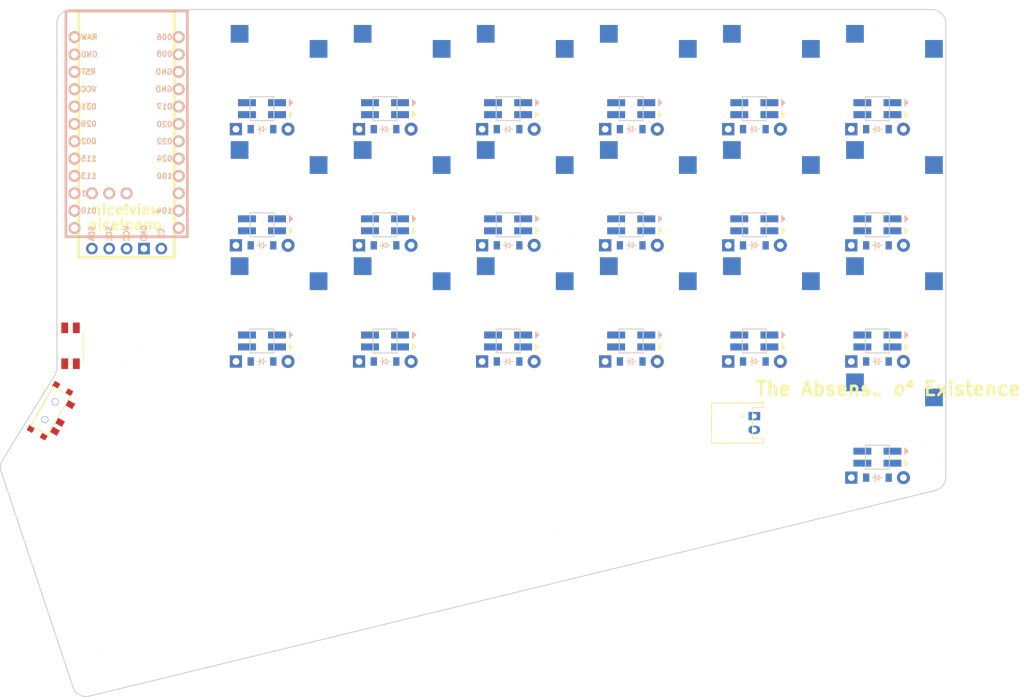
<source format=kicad_pcb>


(kicad_pcb (version 20171130) (host pcbnew 5.1.6)

  (page A3)
  (title_block
    (title "theguy2")
    (rev "v1.0.0")
    (company "Unknown")
  )

  (general
    (thickness 1.6)
  )

  (layers
    (0 F.Cu signal)
    (31 B.Cu signal)
    (32 B.Adhes user)
    (33 F.Adhes user)
    (34 B.Paste user)
    (35 F.Paste user)
    (36 B.SilkS user)
    (37 F.SilkS user)
    (38 B.Mask user)
    (39 F.Mask user)
    (40 Dwgs.User user)
    (41 Cmts.User user)
    (42 Eco1.User user)
    (43 Eco2.User user)
    (44 Edge.Cuts user)
    (45 Margin user)
    (46 B.CrtYd user)
    (47 F.CrtYd user)
    (48 B.Fab user)
    (49 F.Fab user)
  )

  (setup
    (last_trace_width 0.25)
    (trace_clearance 0.2)
    (zone_clearance 0.508)
    (zone_45_only no)
    (trace_min 0.2)
    (via_size 0.8)
    (via_drill 0.4)
    (via_min_size 0.4)
    (via_min_drill 0.3)
    (uvia_size 0.3)
    (uvia_drill 0.1)
    (uvias_allowed no)
    (uvia_min_size 0.2)
    (uvia_min_drill 0.1)
    (edge_width 0.05)
    (segment_width 0.2)
    (pcb_text_width 0.3)
    (pcb_text_size 1.5 1.5)
    (mod_edge_width 0.12)
    (mod_text_size 1 1)
    (mod_text_width 0.15)
    (pad_size 1.524 1.524)
    (pad_drill 0.762)
    (pad_to_mask_clearance 0.05)
    (aux_axis_origin 0 0)
    (visible_elements FFFFFF7F)
    (pcbplotparams
      (layerselection 0x010fc_ffffffff)
      (usegerberextensions false)
      (usegerberattributes true)
      (usegerberadvancedattributes true)
      (creategerberjobfile true)
      (excludeedgelayer true)
      (linewidth 0.100000)
      (plotframeref false)
      (viasonmask false)
      (mode 1)
      (useauxorigin false)
      (hpglpennumber 1)
      (hpglpenspeed 20)
      (hpglpendiameter 15.000000)
      (psnegative false)
      (psa4output false)
      (plotreference true)
      (plotvalue true)
      (plotinvisibletext false)
      (padsonsilk false)
      (subtractmaskfromsilk false)
      (outputformat 1)
      (mirror false)
      (drillshape 1)
      (scaleselection 1)
      (outputdirectory ""))
  )

  (net 0 "")
(net 1 "P031")
(net 2 "mirror_hell_last")
(net 3 "mirror_hell_bottom")
(net 4 "mirror_hell_home")
(net 5 "mirror_hell_top")
(net 6 "P029")
(net 7 "mirror_pinky_bottom")
(net 8 "mirror_pinky_home")
(net 9 "mirror_pinky_top")
(net 10 "P002")
(net 11 "mirror_ring_bottom")
(net 12 "mirror_ring_home")
(net 13 "mirror_ring_top")
(net 14 "P115")
(net 15 "mirror_middle_bottom")
(net 16 "mirror_middle_home")
(net 17 "mirror_middle_top")
(net 18 "P113")
(net 19 "mirror_index_bottom")
(net 20 "mirror_index_home")
(net 21 "mirror_index_top")
(net 22 "P111")
(net 23 "mirror_inner_bottom")
(net 24 "mirror_inner_home")
(net 25 "mirror_inner_top")
(net 26 "VCC")
(net 27 "GND")
(net 28 "P010")
(net 29 "P009")
(net 30 "P106")
(net 31 "P104")
(net 32 "RAW")
(net 33 "RST")
(net 34 "P006")
(net 35 "P008")
(net 36 "P017")
(net 37 "P020")
(net 38 "P022")
(net 39 "P024")
(net 40 "P100")
(net 41 "P011")
(net 42 "P101")
(net 43 "P102")
(net 44 "P107")
(net 45 "pos")

  (net_class Default "This is the default net class."
    (clearance 0.2)
    (trace_width 0.25)
    (via_dia 0.8)
    (via_drill 0.4)
    (uvia_dia 0.3)
    (uvia_drill 0.1)
    (add_net "")
(add_net "P031")
(add_net "mirror_hell_last")
(add_net "mirror_hell_bottom")
(add_net "mirror_hell_home")
(add_net "mirror_hell_top")
(add_net "P029")
(add_net "mirror_pinky_bottom")
(add_net "mirror_pinky_home")
(add_net "mirror_pinky_top")
(add_net "P002")
(add_net "mirror_ring_bottom")
(add_net "mirror_ring_home")
(add_net "mirror_ring_top")
(add_net "P115")
(add_net "mirror_middle_bottom")
(add_net "mirror_middle_home")
(add_net "mirror_middle_top")
(add_net "P113")
(add_net "mirror_index_bottom")
(add_net "mirror_index_home")
(add_net "mirror_index_top")
(add_net "P111")
(add_net "mirror_inner_bottom")
(add_net "mirror_inner_home")
(add_net "mirror_inner_top")
(add_net "VCC")
(add_net "GND")
(add_net "P010")
(add_net "P009")
(add_net "P106")
(add_net "P104")
(add_net "RAW")
(add_net "RST")
(add_net "P006")
(add_net "P008")
(add_net "P017")
(add_net "P020")
(add_net "P022")
(add_net "P024")
(add_net "P100")
(add_net "P011")
(add_net "P101")
(add_net "P102")
(add_net "P107")
(add_net "pos")
  )

  
        
      (module PG1350 (layer F.Cu) (tedit 5DD50112)
      (at 440 100 0)

      
      (fp_text reference "S1" (at 0 0) (layer F.SilkS) hide (effects (font (size 1.27 1.27) (thickness 0.15))))
      (fp_text value "" (at 0 0) (layer F.SilkS) hide (effects (font (size 1.27 1.27) (thickness 0.15))))

      
      (fp_line (start -7 -6) (end -7 -7) (layer Dwgs.User) (width 0.15))
      (fp_line (start -7 7) (end -6 7) (layer Dwgs.User) (width 0.15))
      (fp_line (start -6 -7) (end -7 -7) (layer Dwgs.User) (width 0.15))
      (fp_line (start -7 7) (end -7 6) (layer Dwgs.User) (width 0.15))
      (fp_line (start 7 6) (end 7 7) (layer Dwgs.User) (width 0.15))
      (fp_line (start 7 -7) (end 6 -7) (layer Dwgs.User) (width 0.15))
      (fp_line (start 6 7) (end 7 7) (layer Dwgs.User) (width 0.15))
      (fp_line (start 7 -7) (end 7 -6) (layer Dwgs.User) (width 0.15))      
      
      
      (pad "" np_thru_hole circle (at 0 0) (size 3.429 3.429) (drill 3.429) (layers *.Cu *.Mask))
        
      
      (pad "" np_thru_hole circle (at 5.5 0) (size 1.7018 1.7018) (drill 1.7018) (layers *.Cu *.Mask))
      (pad "" np_thru_hole circle (at -5.5 0) (size 1.7018 1.7018) (drill 1.7018) (layers *.Cu *.Mask))
      
        
      
      (fp_line (start -9 -8.5) (end 9 -8.5) (layer Dwgs.User) (width 0.15))
      (fp_line (start 9 -8.5) (end 9 8.5) (layer Dwgs.User) (width 0.15))
      (fp_line (start 9 8.5) (end -9 8.5) (layer Dwgs.User) (width 0.15))
      (fp_line (start -9 8.5) (end -9 -8.5) (layer Dwgs.User) (width 0.15))
      
        
          
          (pad "" np_thru_hole circle (at 5 -3.75) (size 3 3) (drill 3) (layers *.Cu *.Mask))
          (pad "" np_thru_hole circle (at 0 -5.95) (size 3 3) (drill 3) (layers *.Cu *.Mask))
      
          
          (pad 1 smd rect (at -3.275 -5.95 0) (size 2.6 2.6) (layers B.Cu B.Paste B.Mask)  (net 1 "P031"))
          (pad 2 smd rect (at 8.275 -3.75 0) (size 2.6 2.6) (layers B.Cu B.Paste B.Mask)  (net 2 "mirror_hell_last"))
        )
        

        
      (module PG1350 (layer F.Cu) (tedit 5DD50112)
      (at 440 83 0)

      
      (fp_text reference "S2" (at 0 0) (layer F.SilkS) hide (effects (font (size 1.27 1.27) (thickness 0.15))))
      (fp_text value "" (at 0 0) (layer F.SilkS) hide (effects (font (size 1.27 1.27) (thickness 0.15))))

      
      (fp_line (start -7 -6) (end -7 -7) (layer Dwgs.User) (width 0.15))
      (fp_line (start -7 7) (end -6 7) (layer Dwgs.User) (width 0.15))
      (fp_line (start -6 -7) (end -7 -7) (layer Dwgs.User) (width 0.15))
      (fp_line (start -7 7) (end -7 6) (layer Dwgs.User) (width 0.15))
      (fp_line (start 7 6) (end 7 7) (layer Dwgs.User) (width 0.15))
      (fp_line (start 7 -7) (end 6 -7) (layer Dwgs.User) (width 0.15))
      (fp_line (start 6 7) (end 7 7) (layer Dwgs.User) (width 0.15))
      (fp_line (start 7 -7) (end 7 -6) (layer Dwgs.User) (width 0.15))      
      
      
      (pad "" np_thru_hole circle (at 0 0) (size 3.429 3.429) (drill 3.429) (layers *.Cu *.Mask))
        
      
      (pad "" np_thru_hole circle (at 5.5 0) (size 1.7018 1.7018) (drill 1.7018) (layers *.Cu *.Mask))
      (pad "" np_thru_hole circle (at -5.5 0) (size 1.7018 1.7018) (drill 1.7018) (layers *.Cu *.Mask))
      
        
      
      (fp_line (start -9 -8.5) (end 9 -8.5) (layer Dwgs.User) (width 0.15))
      (fp_line (start 9 -8.5) (end 9 8.5) (layer Dwgs.User) (width 0.15))
      (fp_line (start 9 8.5) (end -9 8.5) (layer Dwgs.User) (width 0.15))
      (fp_line (start -9 8.5) (end -9 -8.5) (layer Dwgs.User) (width 0.15))
      
        
          
          (pad "" np_thru_hole circle (at 5 -3.75) (size 3 3) (drill 3) (layers *.Cu *.Mask))
          (pad "" np_thru_hole circle (at 0 -5.95) (size 3 3) (drill 3) (layers *.Cu *.Mask))
      
          
          (pad 1 smd rect (at -3.275 -5.95 0) (size 2.6 2.6) (layers B.Cu B.Paste B.Mask)  (net 1 "P031"))
          (pad 2 smd rect (at 8.275 -3.75 0) (size 2.6 2.6) (layers B.Cu B.Paste B.Mask)  (net 3 "mirror_hell_bottom"))
        )
        

        
      (module PG1350 (layer F.Cu) (tedit 5DD50112)
      (at 440 66 0)

      
      (fp_text reference "S3" (at 0 0) (layer F.SilkS) hide (effects (font (size 1.27 1.27) (thickness 0.15))))
      (fp_text value "" (at 0 0) (layer F.SilkS) hide (effects (font (size 1.27 1.27) (thickness 0.15))))

      
      (fp_line (start -7 -6) (end -7 -7) (layer Dwgs.User) (width 0.15))
      (fp_line (start -7 7) (end -6 7) (layer Dwgs.User) (width 0.15))
      (fp_line (start -6 -7) (end -7 -7) (layer Dwgs.User) (width 0.15))
      (fp_line (start -7 7) (end -7 6) (layer Dwgs.User) (width 0.15))
      (fp_line (start 7 6) (end 7 7) (layer Dwgs.User) (width 0.15))
      (fp_line (start 7 -7) (end 6 -7) (layer Dwgs.User) (width 0.15))
      (fp_line (start 6 7) (end 7 7) (layer Dwgs.User) (width 0.15))
      (fp_line (start 7 -7) (end 7 -6) (layer Dwgs.User) (width 0.15))      
      
      
      (pad "" np_thru_hole circle (at 0 0) (size 3.429 3.429) (drill 3.429) (layers *.Cu *.Mask))
        
      
      (pad "" np_thru_hole circle (at 5.5 0) (size 1.7018 1.7018) (drill 1.7018) (layers *.Cu *.Mask))
      (pad "" np_thru_hole circle (at -5.5 0) (size 1.7018 1.7018) (drill 1.7018) (layers *.Cu *.Mask))
      
        
      
      (fp_line (start -9 -8.5) (end 9 -8.5) (layer Dwgs.User) (width 0.15))
      (fp_line (start 9 -8.5) (end 9 8.5) (layer Dwgs.User) (width 0.15))
      (fp_line (start 9 8.5) (end -9 8.5) (layer Dwgs.User) (width 0.15))
      (fp_line (start -9 8.5) (end -9 -8.5) (layer Dwgs.User) (width 0.15))
      
        
          
          (pad "" np_thru_hole circle (at 5 -3.75) (size 3 3) (drill 3) (layers *.Cu *.Mask))
          (pad "" np_thru_hole circle (at 0 -5.95) (size 3 3) (drill 3) (layers *.Cu *.Mask))
      
          
          (pad 1 smd rect (at -3.275 -5.95 0) (size 2.6 2.6) (layers B.Cu B.Paste B.Mask)  (net 1 "P031"))
          (pad 2 smd rect (at 8.275 -3.75 0) (size 2.6 2.6) (layers B.Cu B.Paste B.Mask)  (net 4 "mirror_hell_home"))
        )
        

        
      (module PG1350 (layer F.Cu) (tedit 5DD50112)
      (at 440 49 0)

      
      (fp_text reference "S4" (at 0 0) (layer F.SilkS) hide (effects (font (size 1.27 1.27) (thickness 0.15))))
      (fp_text value "" (at 0 0) (layer F.SilkS) hide (effects (font (size 1.27 1.27) (thickness 0.15))))

      
      (fp_line (start -7 -6) (end -7 -7) (layer Dwgs.User) (width 0.15))
      (fp_line (start -7 7) (end -6 7) (layer Dwgs.User) (width 0.15))
      (fp_line (start -6 -7) (end -7 -7) (layer Dwgs.User) (width 0.15))
      (fp_line (start -7 7) (end -7 6) (layer Dwgs.User) (width 0.15))
      (fp_line (start 7 6) (end 7 7) (layer Dwgs.User) (width 0.15))
      (fp_line (start 7 -7) (end 6 -7) (layer Dwgs.User) (width 0.15))
      (fp_line (start 6 7) (end 7 7) (layer Dwgs.User) (width 0.15))
      (fp_line (start 7 -7) (end 7 -6) (layer Dwgs.User) (width 0.15))      
      
      
      (pad "" np_thru_hole circle (at 0 0) (size 3.429 3.429) (drill 3.429) (layers *.Cu *.Mask))
        
      
      (pad "" np_thru_hole circle (at 5.5 0) (size 1.7018 1.7018) (drill 1.7018) (layers *.Cu *.Mask))
      (pad "" np_thru_hole circle (at -5.5 0) (size 1.7018 1.7018) (drill 1.7018) (layers *.Cu *.Mask))
      
        
      
      (fp_line (start -9 -8.5) (end 9 -8.5) (layer Dwgs.User) (width 0.15))
      (fp_line (start 9 -8.5) (end 9 8.5) (layer Dwgs.User) (width 0.15))
      (fp_line (start 9 8.5) (end -9 8.5) (layer Dwgs.User) (width 0.15))
      (fp_line (start -9 8.5) (end -9 -8.5) (layer Dwgs.User) (width 0.15))
      
        
          
          (pad "" np_thru_hole circle (at 5 -3.75) (size 3 3) (drill 3) (layers *.Cu *.Mask))
          (pad "" np_thru_hole circle (at 0 -5.95) (size 3 3) (drill 3) (layers *.Cu *.Mask))
      
          
          (pad 1 smd rect (at -3.275 -5.95 0) (size 2.6 2.6) (layers B.Cu B.Paste B.Mask)  (net 1 "P031"))
          (pad 2 smd rect (at 8.275 -3.75 0) (size 2.6 2.6) (layers B.Cu B.Paste B.Mask)  (net 5 "mirror_hell_top"))
        )
        

        
      (module PG1350 (layer F.Cu) (tedit 5DD50112)
      (at 422 83 0)

      
      (fp_text reference "S5" (at 0 0) (layer F.SilkS) hide (effects (font (size 1.27 1.27) (thickness 0.15))))
      (fp_text value "" (at 0 0) (layer F.SilkS) hide (effects (font (size 1.27 1.27) (thickness 0.15))))

      
      (fp_line (start -7 -6) (end -7 -7) (layer Dwgs.User) (width 0.15))
      (fp_line (start -7 7) (end -6 7) (layer Dwgs.User) (width 0.15))
      (fp_line (start -6 -7) (end -7 -7) (layer Dwgs.User) (width 0.15))
      (fp_line (start -7 7) (end -7 6) (layer Dwgs.User) (width 0.15))
      (fp_line (start 7 6) (end 7 7) (layer Dwgs.User) (width 0.15))
      (fp_line (start 7 -7) (end 6 -7) (layer Dwgs.User) (width 0.15))
      (fp_line (start 6 7) (end 7 7) (layer Dwgs.User) (width 0.15))
      (fp_line (start 7 -7) (end 7 -6) (layer Dwgs.User) (width 0.15))      
      
      
      (pad "" np_thru_hole circle (at 0 0) (size 3.429 3.429) (drill 3.429) (layers *.Cu *.Mask))
        
      
      (pad "" np_thru_hole circle (at 5.5 0) (size 1.7018 1.7018) (drill 1.7018) (layers *.Cu *.Mask))
      (pad "" np_thru_hole circle (at -5.5 0) (size 1.7018 1.7018) (drill 1.7018) (layers *.Cu *.Mask))
      
        
      
      (fp_line (start -9 -8.5) (end 9 -8.5) (layer Dwgs.User) (width 0.15))
      (fp_line (start 9 -8.5) (end 9 8.5) (layer Dwgs.User) (width 0.15))
      (fp_line (start 9 8.5) (end -9 8.5) (layer Dwgs.User) (width 0.15))
      (fp_line (start -9 8.5) (end -9 -8.5) (layer Dwgs.User) (width 0.15))
      
        
          
          (pad "" np_thru_hole circle (at 5 -3.75) (size 3 3) (drill 3) (layers *.Cu *.Mask))
          (pad "" np_thru_hole circle (at 0 -5.95) (size 3 3) (drill 3) (layers *.Cu *.Mask))
      
          
          (pad 1 smd rect (at -3.275 -5.95 0) (size 2.6 2.6) (layers B.Cu B.Paste B.Mask)  (net 6 "P029"))
          (pad 2 smd rect (at 8.275 -3.75 0) (size 2.6 2.6) (layers B.Cu B.Paste B.Mask)  (net 7 "mirror_pinky_bottom"))
        )
        

        
      (module PG1350 (layer F.Cu) (tedit 5DD50112)
      (at 422 66 0)

      
      (fp_text reference "S6" (at 0 0) (layer F.SilkS) hide (effects (font (size 1.27 1.27) (thickness 0.15))))
      (fp_text value "" (at 0 0) (layer F.SilkS) hide (effects (font (size 1.27 1.27) (thickness 0.15))))

      
      (fp_line (start -7 -6) (end -7 -7) (layer Dwgs.User) (width 0.15))
      (fp_line (start -7 7) (end -6 7) (layer Dwgs.User) (width 0.15))
      (fp_line (start -6 -7) (end -7 -7) (layer Dwgs.User) (width 0.15))
      (fp_line (start -7 7) (end -7 6) (layer Dwgs.User) (width 0.15))
      (fp_line (start 7 6) (end 7 7) (layer Dwgs.User) (width 0.15))
      (fp_line (start 7 -7) (end 6 -7) (layer Dwgs.User) (width 0.15))
      (fp_line (start 6 7) (end 7 7) (layer Dwgs.User) (width 0.15))
      (fp_line (start 7 -7) (end 7 -6) (layer Dwgs.User) (width 0.15))      
      
      
      (pad "" np_thru_hole circle (at 0 0) (size 3.429 3.429) (drill 3.429) (layers *.Cu *.Mask))
        
      
      (pad "" np_thru_hole circle (at 5.5 0) (size 1.7018 1.7018) (drill 1.7018) (layers *.Cu *.Mask))
      (pad "" np_thru_hole circle (at -5.5 0) (size 1.7018 1.7018) (drill 1.7018) (layers *.Cu *.Mask))
      
        
      
      (fp_line (start -9 -8.5) (end 9 -8.5) (layer Dwgs.User) (width 0.15))
      (fp_line (start 9 -8.5) (end 9 8.5) (layer Dwgs.User) (width 0.15))
      (fp_line (start 9 8.5) (end -9 8.5) (layer Dwgs.User) (width 0.15))
      (fp_line (start -9 8.5) (end -9 -8.5) (layer Dwgs.User) (width 0.15))
      
        
          
          (pad "" np_thru_hole circle (at 5 -3.75) (size 3 3) (drill 3) (layers *.Cu *.Mask))
          (pad "" np_thru_hole circle (at 0 -5.95) (size 3 3) (drill 3) (layers *.Cu *.Mask))
      
          
          (pad 1 smd rect (at -3.275 -5.95 0) (size 2.6 2.6) (layers B.Cu B.Paste B.Mask)  (net 6 "P029"))
          (pad 2 smd rect (at 8.275 -3.75 0) (size 2.6 2.6) (layers B.Cu B.Paste B.Mask)  (net 8 "mirror_pinky_home"))
        )
        

        
      (module PG1350 (layer F.Cu) (tedit 5DD50112)
      (at 422 49 0)

      
      (fp_text reference "S7" (at 0 0) (layer F.SilkS) hide (effects (font (size 1.27 1.27) (thickness 0.15))))
      (fp_text value "" (at 0 0) (layer F.SilkS) hide (effects (font (size 1.27 1.27) (thickness 0.15))))

      
      (fp_line (start -7 -6) (end -7 -7) (layer Dwgs.User) (width 0.15))
      (fp_line (start -7 7) (end -6 7) (layer Dwgs.User) (width 0.15))
      (fp_line (start -6 -7) (end -7 -7) (layer Dwgs.User) (width 0.15))
      (fp_line (start -7 7) (end -7 6) (layer Dwgs.User) (width 0.15))
      (fp_line (start 7 6) (end 7 7) (layer Dwgs.User) (width 0.15))
      (fp_line (start 7 -7) (end 6 -7) (layer Dwgs.User) (width 0.15))
      (fp_line (start 6 7) (end 7 7) (layer Dwgs.User) (width 0.15))
      (fp_line (start 7 -7) (end 7 -6) (layer Dwgs.User) (width 0.15))      
      
      
      (pad "" np_thru_hole circle (at 0 0) (size 3.429 3.429) (drill 3.429) (layers *.Cu *.Mask))
        
      
      (pad "" np_thru_hole circle (at 5.5 0) (size 1.7018 1.7018) (drill 1.7018) (layers *.Cu *.Mask))
      (pad "" np_thru_hole circle (at -5.5 0) (size 1.7018 1.7018) (drill 1.7018) (layers *.Cu *.Mask))
      
        
      
      (fp_line (start -9 -8.5) (end 9 -8.5) (layer Dwgs.User) (width 0.15))
      (fp_line (start 9 -8.5) (end 9 8.5) (layer Dwgs.User) (width 0.15))
      (fp_line (start 9 8.5) (end -9 8.5) (layer Dwgs.User) (width 0.15))
      (fp_line (start -9 8.5) (end -9 -8.5) (layer Dwgs.User) (width 0.15))
      
        
          
          (pad "" np_thru_hole circle (at 5 -3.75) (size 3 3) (drill 3) (layers *.Cu *.Mask))
          (pad "" np_thru_hole circle (at 0 -5.95) (size 3 3) (drill 3) (layers *.Cu *.Mask))
      
          
          (pad 1 smd rect (at -3.275 -5.95 0) (size 2.6 2.6) (layers B.Cu B.Paste B.Mask)  (net 6 "P029"))
          (pad 2 smd rect (at 8.275 -3.75 0) (size 2.6 2.6) (layers B.Cu B.Paste B.Mask)  (net 9 "mirror_pinky_top"))
        )
        

        
      (module PG1350 (layer F.Cu) (tedit 5DD50112)
      (at 404 83 0)

      
      (fp_text reference "S8" (at 0 0) (layer F.SilkS) hide (effects (font (size 1.27 1.27) (thickness 0.15))))
      (fp_text value "" (at 0 0) (layer F.SilkS) hide (effects (font (size 1.27 1.27) (thickness 0.15))))

      
      (fp_line (start -7 -6) (end -7 -7) (layer Dwgs.User) (width 0.15))
      (fp_line (start -7 7) (end -6 7) (layer Dwgs.User) (width 0.15))
      (fp_line (start -6 -7) (end -7 -7) (layer Dwgs.User) (width 0.15))
      (fp_line (start -7 7) (end -7 6) (layer Dwgs.User) (width 0.15))
      (fp_line (start 7 6) (end 7 7) (layer Dwgs.User) (width 0.15))
      (fp_line (start 7 -7) (end 6 -7) (layer Dwgs.User) (width 0.15))
      (fp_line (start 6 7) (end 7 7) (layer Dwgs.User) (width 0.15))
      (fp_line (start 7 -7) (end 7 -6) (layer Dwgs.User) (width 0.15))      
      
      
      (pad "" np_thru_hole circle (at 0 0) (size 3.429 3.429) (drill 3.429) (layers *.Cu *.Mask))
        
      
      (pad "" np_thru_hole circle (at 5.5 0) (size 1.7018 1.7018) (drill 1.7018) (layers *.Cu *.Mask))
      (pad "" np_thru_hole circle (at -5.5 0) (size 1.7018 1.7018) (drill 1.7018) (layers *.Cu *.Mask))
      
        
      
      (fp_line (start -9 -8.5) (end 9 -8.5) (layer Dwgs.User) (width 0.15))
      (fp_line (start 9 -8.5) (end 9 8.5) (layer Dwgs.User) (width 0.15))
      (fp_line (start 9 8.5) (end -9 8.5) (layer Dwgs.User) (width 0.15))
      (fp_line (start -9 8.5) (end -9 -8.5) (layer Dwgs.User) (width 0.15))
      
        
          
          (pad "" np_thru_hole circle (at 5 -3.75) (size 3 3) (drill 3) (layers *.Cu *.Mask))
          (pad "" np_thru_hole circle (at 0 -5.95) (size 3 3) (drill 3) (layers *.Cu *.Mask))
      
          
          (pad 1 smd rect (at -3.275 -5.95 0) (size 2.6 2.6) (layers B.Cu B.Paste B.Mask)  (net 10 "P002"))
          (pad 2 smd rect (at 8.275 -3.75 0) (size 2.6 2.6) (layers B.Cu B.Paste B.Mask)  (net 11 "mirror_ring_bottom"))
        )
        

        
      (module PG1350 (layer F.Cu) (tedit 5DD50112)
      (at 404 66 0)

      
      (fp_text reference "S9" (at 0 0) (layer F.SilkS) hide (effects (font (size 1.27 1.27) (thickness 0.15))))
      (fp_text value "" (at 0 0) (layer F.SilkS) hide (effects (font (size 1.27 1.27) (thickness 0.15))))

      
      (fp_line (start -7 -6) (end -7 -7) (layer Dwgs.User) (width 0.15))
      (fp_line (start -7 7) (end -6 7) (layer Dwgs.User) (width 0.15))
      (fp_line (start -6 -7) (end -7 -7) (layer Dwgs.User) (width 0.15))
      (fp_line (start -7 7) (end -7 6) (layer Dwgs.User) (width 0.15))
      (fp_line (start 7 6) (end 7 7) (layer Dwgs.User) (width 0.15))
      (fp_line (start 7 -7) (end 6 -7) (layer Dwgs.User) (width 0.15))
      (fp_line (start 6 7) (end 7 7) (layer Dwgs.User) (width 0.15))
      (fp_line (start 7 -7) (end 7 -6) (layer Dwgs.User) (width 0.15))      
      
      
      (pad "" np_thru_hole circle (at 0 0) (size 3.429 3.429) (drill 3.429) (layers *.Cu *.Mask))
        
      
      (pad "" np_thru_hole circle (at 5.5 0) (size 1.7018 1.7018) (drill 1.7018) (layers *.Cu *.Mask))
      (pad "" np_thru_hole circle (at -5.5 0) (size 1.7018 1.7018) (drill 1.7018) (layers *.Cu *.Mask))
      
        
      
      (fp_line (start -9 -8.5) (end 9 -8.5) (layer Dwgs.User) (width 0.15))
      (fp_line (start 9 -8.5) (end 9 8.5) (layer Dwgs.User) (width 0.15))
      (fp_line (start 9 8.5) (end -9 8.5) (layer Dwgs.User) (width 0.15))
      (fp_line (start -9 8.5) (end -9 -8.5) (layer Dwgs.User) (width 0.15))
      
        
          
          (pad "" np_thru_hole circle (at 5 -3.75) (size 3 3) (drill 3) (layers *.Cu *.Mask))
          (pad "" np_thru_hole circle (at 0 -5.95) (size 3 3) (drill 3) (layers *.Cu *.Mask))
      
          
          (pad 1 smd rect (at -3.275 -5.95 0) (size 2.6 2.6) (layers B.Cu B.Paste B.Mask)  (net 10 "P002"))
          (pad 2 smd rect (at 8.275 -3.75 0) (size 2.6 2.6) (layers B.Cu B.Paste B.Mask)  (net 12 "mirror_ring_home"))
        )
        

        
      (module PG1350 (layer F.Cu) (tedit 5DD50112)
      (at 404 49 0)

      
      (fp_text reference "S10" (at 0 0) (layer F.SilkS) hide (effects (font (size 1.27 1.27) (thickness 0.15))))
      (fp_text value "" (at 0 0) (layer F.SilkS) hide (effects (font (size 1.27 1.27) (thickness 0.15))))

      
      (fp_line (start -7 -6) (end -7 -7) (layer Dwgs.User) (width 0.15))
      (fp_line (start -7 7) (end -6 7) (layer Dwgs.User) (width 0.15))
      (fp_line (start -6 -7) (end -7 -7) (layer Dwgs.User) (width 0.15))
      (fp_line (start -7 7) (end -7 6) (layer Dwgs.User) (width 0.15))
      (fp_line (start 7 6) (end 7 7) (layer Dwgs.User) (width 0.15))
      (fp_line (start 7 -7) (end 6 -7) (layer Dwgs.User) (width 0.15))
      (fp_line (start 6 7) (end 7 7) (layer Dwgs.User) (width 0.15))
      (fp_line (start 7 -7) (end 7 -6) (layer Dwgs.User) (width 0.15))      
      
      
      (pad "" np_thru_hole circle (at 0 0) (size 3.429 3.429) (drill 3.429) (layers *.Cu *.Mask))
        
      
      (pad "" np_thru_hole circle (at 5.5 0) (size 1.7018 1.7018) (drill 1.7018) (layers *.Cu *.Mask))
      (pad "" np_thru_hole circle (at -5.5 0) (size 1.7018 1.7018) (drill 1.7018) (layers *.Cu *.Mask))
      
        
      
      (fp_line (start -9 -8.5) (end 9 -8.5) (layer Dwgs.User) (width 0.15))
      (fp_line (start 9 -8.5) (end 9 8.5) (layer Dwgs.User) (width 0.15))
      (fp_line (start 9 8.5) (end -9 8.5) (layer Dwgs.User) (width 0.15))
      (fp_line (start -9 8.5) (end -9 -8.5) (layer Dwgs.User) (width 0.15))
      
        
          
          (pad "" np_thru_hole circle (at 5 -3.75) (size 3 3) (drill 3) (layers *.Cu *.Mask))
          (pad "" np_thru_hole circle (at 0 -5.95) (size 3 3) (drill 3) (layers *.Cu *.Mask))
      
          
          (pad 1 smd rect (at -3.275 -5.95 0) (size 2.6 2.6) (layers B.Cu B.Paste B.Mask)  (net 10 "P002"))
          (pad 2 smd rect (at 8.275 -3.75 0) (size 2.6 2.6) (layers B.Cu B.Paste B.Mask)  (net 13 "mirror_ring_top"))
        )
        

        
      (module PG1350 (layer F.Cu) (tedit 5DD50112)
      (at 386 83 0)

      
      (fp_text reference "S11" (at 0 0) (layer F.SilkS) hide (effects (font (size 1.27 1.27) (thickness 0.15))))
      (fp_text value "" (at 0 0) (layer F.SilkS) hide (effects (font (size 1.27 1.27) (thickness 0.15))))

      
      (fp_line (start -7 -6) (end -7 -7) (layer Dwgs.User) (width 0.15))
      (fp_line (start -7 7) (end -6 7) (layer Dwgs.User) (width 0.15))
      (fp_line (start -6 -7) (end -7 -7) (layer Dwgs.User) (width 0.15))
      (fp_line (start -7 7) (end -7 6) (layer Dwgs.User) (width 0.15))
      (fp_line (start 7 6) (end 7 7) (layer Dwgs.User) (width 0.15))
      (fp_line (start 7 -7) (end 6 -7) (layer Dwgs.User) (width 0.15))
      (fp_line (start 6 7) (end 7 7) (layer Dwgs.User) (width 0.15))
      (fp_line (start 7 -7) (end 7 -6) (layer Dwgs.User) (width 0.15))      
      
      
      (pad "" np_thru_hole circle (at 0 0) (size 3.429 3.429) (drill 3.429) (layers *.Cu *.Mask))
        
      
      (pad "" np_thru_hole circle (at 5.5 0) (size 1.7018 1.7018) (drill 1.7018) (layers *.Cu *.Mask))
      (pad "" np_thru_hole circle (at -5.5 0) (size 1.7018 1.7018) (drill 1.7018) (layers *.Cu *.Mask))
      
        
      
      (fp_line (start -9 -8.5) (end 9 -8.5) (layer Dwgs.User) (width 0.15))
      (fp_line (start 9 -8.5) (end 9 8.5) (layer Dwgs.User) (width 0.15))
      (fp_line (start 9 8.5) (end -9 8.5) (layer Dwgs.User) (width 0.15))
      (fp_line (start -9 8.5) (end -9 -8.5) (layer Dwgs.User) (width 0.15))
      
        
          
          (pad "" np_thru_hole circle (at 5 -3.75) (size 3 3) (drill 3) (layers *.Cu *.Mask))
          (pad "" np_thru_hole circle (at 0 -5.95) (size 3 3) (drill 3) (layers *.Cu *.Mask))
      
          
          (pad 1 smd rect (at -3.275 -5.95 0) (size 2.6 2.6) (layers B.Cu B.Paste B.Mask)  (net 14 "P115"))
          (pad 2 smd rect (at 8.275 -3.75 0) (size 2.6 2.6) (layers B.Cu B.Paste B.Mask)  (net 15 "mirror_middle_bottom"))
        )
        

        
      (module PG1350 (layer F.Cu) (tedit 5DD50112)
      (at 386 66 0)

      
      (fp_text reference "S12" (at 0 0) (layer F.SilkS) hide (effects (font (size 1.27 1.27) (thickness 0.15))))
      (fp_text value "" (at 0 0) (layer F.SilkS) hide (effects (font (size 1.27 1.27) (thickness 0.15))))

      
      (fp_line (start -7 -6) (end -7 -7) (layer Dwgs.User) (width 0.15))
      (fp_line (start -7 7) (end -6 7) (layer Dwgs.User) (width 0.15))
      (fp_line (start -6 -7) (end -7 -7) (layer Dwgs.User) (width 0.15))
      (fp_line (start -7 7) (end -7 6) (layer Dwgs.User) (width 0.15))
      (fp_line (start 7 6) (end 7 7) (layer Dwgs.User) (width 0.15))
      (fp_line (start 7 -7) (end 6 -7) (layer Dwgs.User) (width 0.15))
      (fp_line (start 6 7) (end 7 7) (layer Dwgs.User) (width 0.15))
      (fp_line (start 7 -7) (end 7 -6) (layer Dwgs.User) (width 0.15))      
      
      
      (pad "" np_thru_hole circle (at 0 0) (size 3.429 3.429) (drill 3.429) (layers *.Cu *.Mask))
        
      
      (pad "" np_thru_hole circle (at 5.5 0) (size 1.7018 1.7018) (drill 1.7018) (layers *.Cu *.Mask))
      (pad "" np_thru_hole circle (at -5.5 0) (size 1.7018 1.7018) (drill 1.7018) (layers *.Cu *.Mask))
      
        
      
      (fp_line (start -9 -8.5) (end 9 -8.5) (layer Dwgs.User) (width 0.15))
      (fp_line (start 9 -8.5) (end 9 8.5) (layer Dwgs.User) (width 0.15))
      (fp_line (start 9 8.5) (end -9 8.5) (layer Dwgs.User) (width 0.15))
      (fp_line (start -9 8.5) (end -9 -8.5) (layer Dwgs.User) (width 0.15))
      
        
          
          (pad "" np_thru_hole circle (at 5 -3.75) (size 3 3) (drill 3) (layers *.Cu *.Mask))
          (pad "" np_thru_hole circle (at 0 -5.95) (size 3 3) (drill 3) (layers *.Cu *.Mask))
      
          
          (pad 1 smd rect (at -3.275 -5.95 0) (size 2.6 2.6) (layers B.Cu B.Paste B.Mask)  (net 14 "P115"))
          (pad 2 smd rect (at 8.275 -3.75 0) (size 2.6 2.6) (layers B.Cu B.Paste B.Mask)  (net 16 "mirror_middle_home"))
        )
        

        
      (module PG1350 (layer F.Cu) (tedit 5DD50112)
      (at 386 49 0)

      
      (fp_text reference "S13" (at 0 0) (layer F.SilkS) hide (effects (font (size 1.27 1.27) (thickness 0.15))))
      (fp_text value "" (at 0 0) (layer F.SilkS) hide (effects (font (size 1.27 1.27) (thickness 0.15))))

      
      (fp_line (start -7 -6) (end -7 -7) (layer Dwgs.User) (width 0.15))
      (fp_line (start -7 7) (end -6 7) (layer Dwgs.User) (width 0.15))
      (fp_line (start -6 -7) (end -7 -7) (layer Dwgs.User) (width 0.15))
      (fp_line (start -7 7) (end -7 6) (layer Dwgs.User) (width 0.15))
      (fp_line (start 7 6) (end 7 7) (layer Dwgs.User) (width 0.15))
      (fp_line (start 7 -7) (end 6 -7) (layer Dwgs.User) (width 0.15))
      (fp_line (start 6 7) (end 7 7) (layer Dwgs.User) (width 0.15))
      (fp_line (start 7 -7) (end 7 -6) (layer Dwgs.User) (width 0.15))      
      
      
      (pad "" np_thru_hole circle (at 0 0) (size 3.429 3.429) (drill 3.429) (layers *.Cu *.Mask))
        
      
      (pad "" np_thru_hole circle (at 5.5 0) (size 1.7018 1.7018) (drill 1.7018) (layers *.Cu *.Mask))
      (pad "" np_thru_hole circle (at -5.5 0) (size 1.7018 1.7018) (drill 1.7018) (layers *.Cu *.Mask))
      
        
      
      (fp_line (start -9 -8.5) (end 9 -8.5) (layer Dwgs.User) (width 0.15))
      (fp_line (start 9 -8.5) (end 9 8.5) (layer Dwgs.User) (width 0.15))
      (fp_line (start 9 8.5) (end -9 8.5) (layer Dwgs.User) (width 0.15))
      (fp_line (start -9 8.5) (end -9 -8.5) (layer Dwgs.User) (width 0.15))
      
        
          
          (pad "" np_thru_hole circle (at 5 -3.75) (size 3 3) (drill 3) (layers *.Cu *.Mask))
          (pad "" np_thru_hole circle (at 0 -5.95) (size 3 3) (drill 3) (layers *.Cu *.Mask))
      
          
          (pad 1 smd rect (at -3.275 -5.95 0) (size 2.6 2.6) (layers B.Cu B.Paste B.Mask)  (net 14 "P115"))
          (pad 2 smd rect (at 8.275 -3.75 0) (size 2.6 2.6) (layers B.Cu B.Paste B.Mask)  (net 17 "mirror_middle_top"))
        )
        

        
      (module PG1350 (layer F.Cu) (tedit 5DD50112)
      (at 368 83 0)

      
      (fp_text reference "S14" (at 0 0) (layer F.SilkS) hide (effects (font (size 1.27 1.27) (thickness 0.15))))
      (fp_text value "" (at 0 0) (layer F.SilkS) hide (effects (font (size 1.27 1.27) (thickness 0.15))))

      
      (fp_line (start -7 -6) (end -7 -7) (layer Dwgs.User) (width 0.15))
      (fp_line (start -7 7) (end -6 7) (layer Dwgs.User) (width 0.15))
      (fp_line (start -6 -7) (end -7 -7) (layer Dwgs.User) (width 0.15))
      (fp_line (start -7 7) (end -7 6) (layer Dwgs.User) (width 0.15))
      (fp_line (start 7 6) (end 7 7) (layer Dwgs.User) (width 0.15))
      (fp_line (start 7 -7) (end 6 -7) (layer Dwgs.User) (width 0.15))
      (fp_line (start 6 7) (end 7 7) (layer Dwgs.User) (width 0.15))
      (fp_line (start 7 -7) (end 7 -6) (layer Dwgs.User) (width 0.15))      
      
      
      (pad "" np_thru_hole circle (at 0 0) (size 3.429 3.429) (drill 3.429) (layers *.Cu *.Mask))
        
      
      (pad "" np_thru_hole circle (at 5.5 0) (size 1.7018 1.7018) (drill 1.7018) (layers *.Cu *.Mask))
      (pad "" np_thru_hole circle (at -5.5 0) (size 1.7018 1.7018) (drill 1.7018) (layers *.Cu *.Mask))
      
        
      
      (fp_line (start -9 -8.5) (end 9 -8.5) (layer Dwgs.User) (width 0.15))
      (fp_line (start 9 -8.5) (end 9 8.5) (layer Dwgs.User) (width 0.15))
      (fp_line (start 9 8.5) (end -9 8.5) (layer Dwgs.User) (width 0.15))
      (fp_line (start -9 8.5) (end -9 -8.5) (layer Dwgs.User) (width 0.15))
      
        
          
          (pad "" np_thru_hole circle (at 5 -3.75) (size 3 3) (drill 3) (layers *.Cu *.Mask))
          (pad "" np_thru_hole circle (at 0 -5.95) (size 3 3) (drill 3) (layers *.Cu *.Mask))
      
          
          (pad 1 smd rect (at -3.275 -5.95 0) (size 2.6 2.6) (layers B.Cu B.Paste B.Mask)  (net 18 "P113"))
          (pad 2 smd rect (at 8.275 -3.75 0) (size 2.6 2.6) (layers B.Cu B.Paste B.Mask)  (net 19 "mirror_index_bottom"))
        )
        

        
      (module PG1350 (layer F.Cu) (tedit 5DD50112)
      (at 368 66 0)

      
      (fp_text reference "S15" (at 0 0) (layer F.SilkS) hide (effects (font (size 1.27 1.27) (thickness 0.15))))
      (fp_text value "" (at 0 0) (layer F.SilkS) hide (effects (font (size 1.27 1.27) (thickness 0.15))))

      
      (fp_line (start -7 -6) (end -7 -7) (layer Dwgs.User) (width 0.15))
      (fp_line (start -7 7) (end -6 7) (layer Dwgs.User) (width 0.15))
      (fp_line (start -6 -7) (end -7 -7) (layer Dwgs.User) (width 0.15))
      (fp_line (start -7 7) (end -7 6) (layer Dwgs.User) (width 0.15))
      (fp_line (start 7 6) (end 7 7) (layer Dwgs.User) (width 0.15))
      (fp_line (start 7 -7) (end 6 -7) (layer Dwgs.User) (width 0.15))
      (fp_line (start 6 7) (end 7 7) (layer Dwgs.User) (width 0.15))
      (fp_line (start 7 -7) (end 7 -6) (layer Dwgs.User) (width 0.15))      
      
      
      (pad "" np_thru_hole circle (at 0 0) (size 3.429 3.429) (drill 3.429) (layers *.Cu *.Mask))
        
      
      (pad "" np_thru_hole circle (at 5.5 0) (size 1.7018 1.7018) (drill 1.7018) (layers *.Cu *.Mask))
      (pad "" np_thru_hole circle (at -5.5 0) (size 1.7018 1.7018) (drill 1.7018) (layers *.Cu *.Mask))
      
        
      
      (fp_line (start -9 -8.5) (end 9 -8.5) (layer Dwgs.User) (width 0.15))
      (fp_line (start 9 -8.5) (end 9 8.5) (layer Dwgs.User) (width 0.15))
      (fp_line (start 9 8.5) (end -9 8.5) (layer Dwgs.User) (width 0.15))
      (fp_line (start -9 8.5) (end -9 -8.5) (layer Dwgs.User) (width 0.15))
      
        
          
          (pad "" np_thru_hole circle (at 5 -3.75) (size 3 3) (drill 3) (layers *.Cu *.Mask))
          (pad "" np_thru_hole circle (at 0 -5.95) (size 3 3) (drill 3) (layers *.Cu *.Mask))
      
          
          (pad 1 smd rect (at -3.275 -5.95 0) (size 2.6 2.6) (layers B.Cu B.Paste B.Mask)  (net 18 "P113"))
          (pad 2 smd rect (at 8.275 -3.75 0) (size 2.6 2.6) (layers B.Cu B.Paste B.Mask)  (net 20 "mirror_index_home"))
        )
        

        
      (module PG1350 (layer F.Cu) (tedit 5DD50112)
      (at 368 49 0)

      
      (fp_text reference "S16" (at 0 0) (layer F.SilkS) hide (effects (font (size 1.27 1.27) (thickness 0.15))))
      (fp_text value "" (at 0 0) (layer F.SilkS) hide (effects (font (size 1.27 1.27) (thickness 0.15))))

      
      (fp_line (start -7 -6) (end -7 -7) (layer Dwgs.User) (width 0.15))
      (fp_line (start -7 7) (end -6 7) (layer Dwgs.User) (width 0.15))
      (fp_line (start -6 -7) (end -7 -7) (layer Dwgs.User) (width 0.15))
      (fp_line (start -7 7) (end -7 6) (layer Dwgs.User) (width 0.15))
      (fp_line (start 7 6) (end 7 7) (layer Dwgs.User) (width 0.15))
      (fp_line (start 7 -7) (end 6 -7) (layer Dwgs.User) (width 0.15))
      (fp_line (start 6 7) (end 7 7) (layer Dwgs.User) (width 0.15))
      (fp_line (start 7 -7) (end 7 -6) (layer Dwgs.User) (width 0.15))      
      
      
      (pad "" np_thru_hole circle (at 0 0) (size 3.429 3.429) (drill 3.429) (layers *.Cu *.Mask))
        
      
      (pad "" np_thru_hole circle (at 5.5 0) (size 1.7018 1.7018) (drill 1.7018) (layers *.Cu *.Mask))
      (pad "" np_thru_hole circle (at -5.5 0) (size 1.7018 1.7018) (drill 1.7018) (layers *.Cu *.Mask))
      
        
      
      (fp_line (start -9 -8.5) (end 9 -8.5) (layer Dwgs.User) (width 0.15))
      (fp_line (start 9 -8.5) (end 9 8.5) (layer Dwgs.User) (width 0.15))
      (fp_line (start 9 8.5) (end -9 8.5) (layer Dwgs.User) (width 0.15))
      (fp_line (start -9 8.5) (end -9 -8.5) (layer Dwgs.User) (width 0.15))
      
        
          
          (pad "" np_thru_hole circle (at 5 -3.75) (size 3 3) (drill 3) (layers *.Cu *.Mask))
          (pad "" np_thru_hole circle (at 0 -5.95) (size 3 3) (drill 3) (layers *.Cu *.Mask))
      
          
          (pad 1 smd rect (at -3.275 -5.95 0) (size 2.6 2.6) (layers B.Cu B.Paste B.Mask)  (net 18 "P113"))
          (pad 2 smd rect (at 8.275 -3.75 0) (size 2.6 2.6) (layers B.Cu B.Paste B.Mask)  (net 21 "mirror_index_top"))
        )
        

        
      (module PG1350 (layer F.Cu) (tedit 5DD50112)
      (at 350 83 0)

      
      (fp_text reference "S17" (at 0 0) (layer F.SilkS) hide (effects (font (size 1.27 1.27) (thickness 0.15))))
      (fp_text value "" (at 0 0) (layer F.SilkS) hide (effects (font (size 1.27 1.27) (thickness 0.15))))

      
      (fp_line (start -7 -6) (end -7 -7) (layer Dwgs.User) (width 0.15))
      (fp_line (start -7 7) (end -6 7) (layer Dwgs.User) (width 0.15))
      (fp_line (start -6 -7) (end -7 -7) (layer Dwgs.User) (width 0.15))
      (fp_line (start -7 7) (end -7 6) (layer Dwgs.User) (width 0.15))
      (fp_line (start 7 6) (end 7 7) (layer Dwgs.User) (width 0.15))
      (fp_line (start 7 -7) (end 6 -7) (layer Dwgs.User) (width 0.15))
      (fp_line (start 6 7) (end 7 7) (layer Dwgs.User) (width 0.15))
      (fp_line (start 7 -7) (end 7 -6) (layer Dwgs.User) (width 0.15))      
      
      
      (pad "" np_thru_hole circle (at 0 0) (size 3.429 3.429) (drill 3.429) (layers *.Cu *.Mask))
        
      
      (pad "" np_thru_hole circle (at 5.5 0) (size 1.7018 1.7018) (drill 1.7018) (layers *.Cu *.Mask))
      (pad "" np_thru_hole circle (at -5.5 0) (size 1.7018 1.7018) (drill 1.7018) (layers *.Cu *.Mask))
      
        
      
      (fp_line (start -9 -8.5) (end 9 -8.5) (layer Dwgs.User) (width 0.15))
      (fp_line (start 9 -8.5) (end 9 8.5) (layer Dwgs.User) (width 0.15))
      (fp_line (start 9 8.5) (end -9 8.5) (layer Dwgs.User) (width 0.15))
      (fp_line (start -9 8.5) (end -9 -8.5) (layer Dwgs.User) (width 0.15))
      
        
          
          (pad "" np_thru_hole circle (at 5 -3.75) (size 3 3) (drill 3) (layers *.Cu *.Mask))
          (pad "" np_thru_hole circle (at 0 -5.95) (size 3 3) (drill 3) (layers *.Cu *.Mask))
      
          
          (pad 1 smd rect (at -3.275 -5.95 0) (size 2.6 2.6) (layers B.Cu B.Paste B.Mask)  (net 22 "P111"))
          (pad 2 smd rect (at 8.275 -3.75 0) (size 2.6 2.6) (layers B.Cu B.Paste B.Mask)  (net 23 "mirror_inner_bottom"))
        )
        

        
      (module PG1350 (layer F.Cu) (tedit 5DD50112)
      (at 350 66 0)

      
      (fp_text reference "S18" (at 0 0) (layer F.SilkS) hide (effects (font (size 1.27 1.27) (thickness 0.15))))
      (fp_text value "" (at 0 0) (layer F.SilkS) hide (effects (font (size 1.27 1.27) (thickness 0.15))))

      
      (fp_line (start -7 -6) (end -7 -7) (layer Dwgs.User) (width 0.15))
      (fp_line (start -7 7) (end -6 7) (layer Dwgs.User) (width 0.15))
      (fp_line (start -6 -7) (end -7 -7) (layer Dwgs.User) (width 0.15))
      (fp_line (start -7 7) (end -7 6) (layer Dwgs.User) (width 0.15))
      (fp_line (start 7 6) (end 7 7) (layer Dwgs.User) (width 0.15))
      (fp_line (start 7 -7) (end 6 -7) (layer Dwgs.User) (width 0.15))
      (fp_line (start 6 7) (end 7 7) (layer Dwgs.User) (width 0.15))
      (fp_line (start 7 -7) (end 7 -6) (layer Dwgs.User) (width 0.15))      
      
      
      (pad "" np_thru_hole circle (at 0 0) (size 3.429 3.429) (drill 3.429) (layers *.Cu *.Mask))
        
      
      (pad "" np_thru_hole circle (at 5.5 0) (size 1.7018 1.7018) (drill 1.7018) (layers *.Cu *.Mask))
      (pad "" np_thru_hole circle (at -5.5 0) (size 1.7018 1.7018) (drill 1.7018) (layers *.Cu *.Mask))
      
        
      
      (fp_line (start -9 -8.5) (end 9 -8.5) (layer Dwgs.User) (width 0.15))
      (fp_line (start 9 -8.5) (end 9 8.5) (layer Dwgs.User) (width 0.15))
      (fp_line (start 9 8.5) (end -9 8.5) (layer Dwgs.User) (width 0.15))
      (fp_line (start -9 8.5) (end -9 -8.5) (layer Dwgs.User) (width 0.15))
      
        
          
          (pad "" np_thru_hole circle (at 5 -3.75) (size 3 3) (drill 3) (layers *.Cu *.Mask))
          (pad "" np_thru_hole circle (at 0 -5.95) (size 3 3) (drill 3) (layers *.Cu *.Mask))
      
          
          (pad 1 smd rect (at -3.275 -5.95 0) (size 2.6 2.6) (layers B.Cu B.Paste B.Mask)  (net 22 "P111"))
          (pad 2 smd rect (at 8.275 -3.75 0) (size 2.6 2.6) (layers B.Cu B.Paste B.Mask)  (net 24 "mirror_inner_home"))
        )
        

        
      (module PG1350 (layer F.Cu) (tedit 5DD50112)
      (at 350 49 0)

      
      (fp_text reference "S19" (at 0 0) (layer F.SilkS) hide (effects (font (size 1.27 1.27) (thickness 0.15))))
      (fp_text value "" (at 0 0) (layer F.SilkS) hide (effects (font (size 1.27 1.27) (thickness 0.15))))

      
      (fp_line (start -7 -6) (end -7 -7) (layer Dwgs.User) (width 0.15))
      (fp_line (start -7 7) (end -6 7) (layer Dwgs.User) (width 0.15))
      (fp_line (start -6 -7) (end -7 -7) (layer Dwgs.User) (width 0.15))
      (fp_line (start -7 7) (end -7 6) (layer Dwgs.User) (width 0.15))
      (fp_line (start 7 6) (end 7 7) (layer Dwgs.User) (width 0.15))
      (fp_line (start 7 -7) (end 6 -7) (layer Dwgs.User) (width 0.15))
      (fp_line (start 6 7) (end 7 7) (layer Dwgs.User) (width 0.15))
      (fp_line (start 7 -7) (end 7 -6) (layer Dwgs.User) (width 0.15))      
      
      
      (pad "" np_thru_hole circle (at 0 0) (size 3.429 3.429) (drill 3.429) (layers *.Cu *.Mask))
        
      
      (pad "" np_thru_hole circle (at 5.5 0) (size 1.7018 1.7018) (drill 1.7018) (layers *.Cu *.Mask))
      (pad "" np_thru_hole circle (at -5.5 0) (size 1.7018 1.7018) (drill 1.7018) (layers *.Cu *.Mask))
      
        
      
      (fp_line (start -9 -8.5) (end 9 -8.5) (layer Dwgs.User) (width 0.15))
      (fp_line (start 9 -8.5) (end 9 8.5) (layer Dwgs.User) (width 0.15))
      (fp_line (start 9 8.5) (end -9 8.5) (layer Dwgs.User) (width 0.15))
      (fp_line (start -9 8.5) (end -9 -8.5) (layer Dwgs.User) (width 0.15))
      
        
          
          (pad "" np_thru_hole circle (at 5 -3.75) (size 3 3) (drill 3) (layers *.Cu *.Mask))
          (pad "" np_thru_hole circle (at 0 -5.95) (size 3 3) (drill 3) (layers *.Cu *.Mask))
      
          
          (pad 1 smd rect (at -3.275 -5.95 0) (size 2.6 2.6) (layers B.Cu B.Paste B.Mask)  (net 22 "P111"))
          (pad 2 smd rect (at 8.275 -3.75 0) (size 2.6 2.6) (layers B.Cu B.Paste B.Mask)  (net 25 "mirror_inner_top"))
        )
        

        (module WS2812B
            (at 440 105 0)
            
            (fp_text reference "LED1" (at 0 0) (layer F.SilkS) hide (effects (font (size 1.27 1.27) (thickness 0.15))))
            (fp_text value "" (at 0 0) (layer F.SilkS) hide (effects (font (size 1.27 1.27) (thickness 0.15))))

            
                (fp_line (start -1.75 -1.75) (end -1.75 1.75) (layer Edge.Cuts) (width 0.15))
                (fp_line (start -1.75 1.75) (end 1.75 1.75) (layer Edge.Cuts) (width 0.15))
                (fp_line (start 1.75 1.75) (end 1.75 -1.75) (layer Edge.Cuts) (width 0.15))
                (fp_line (start 1.75 -1.75) (end -1.75 -1.75) (layer Edge.Cuts) (width 0.15))
            

            (fp_poly (pts (xy 4 1.375) (xy 4 0.375) (xy 4.5 0.875)) (layer F.SilkS) (width 0.1))
            (pad 1 smd rect (at -2.2 -0.875 0) (size 2.6 1) (layers F.Cu F.Paste F.Mask) (net 26 "VCC"))
            (pad 2 smd rect (at -2.2 0.875 0) (size 2.6 1) (layers F.Cu F.Paste F.Mask) (net 0 ""))
            (pad 3 smd rect (at 2.2 0.875 0) (size 2.6 1) (layers F.Cu F.Paste F.Mask) (net 27 "GND"))
            (pad 4 smd rect (at 2.2 -0.875 0) (size 2.6 1) (layers F.Cu F.Paste F.Mask) (net 0 ""))

            (fp_poly (pts (xy 4 -1.375) (xy 4 -0.375) (xy 4.5 -0.875)) (layer B.SilkS) (width 0.1))
            (pad 2 smd rect (at -2.2 -0.875 0) (size 2.6 1) (layers B.Cu B.Paste B.Mask) (net 0 ""))
            (pad 1 smd rect (at -2.2 0.875 0) (size 2.6 1) (layers B.Cu B.Paste B.Mask) (net 26 "VCC"))
            (pad 4 smd rect (at 2.2 0.875 0) (size 2.6 1) (layers B.Cu B.Paste B.Mask) (net 0 ""))
            (pad 3 smd rect (at 2.2 -0.875 0) (size 2.6 1) (layers B.Cu B.Paste B.Mask) (net 27 "GND"))

        )
    

        (module WS2812B
            (at 440 88 0)
            
            (fp_text reference "LED2" (at 0 0) (layer F.SilkS) hide (effects (font (size 1.27 1.27) (thickness 0.15))))
            (fp_text value "" (at 0 0) (layer F.SilkS) hide (effects (font (size 1.27 1.27) (thickness 0.15))))

            
                (fp_line (start -1.75 -1.75) (end -1.75 1.75) (layer Edge.Cuts) (width 0.15))
                (fp_line (start -1.75 1.75) (end 1.75 1.75) (layer Edge.Cuts) (width 0.15))
                (fp_line (start 1.75 1.75) (end 1.75 -1.75) (layer Edge.Cuts) (width 0.15))
                (fp_line (start 1.75 -1.75) (end -1.75 -1.75) (layer Edge.Cuts) (width 0.15))
            

            (fp_poly (pts (xy 4 1.375) (xy 4 0.375) (xy 4.5 0.875)) (layer F.SilkS) (width 0.1))
            (pad 1 smd rect (at -2.2 -0.875 0) (size 2.6 1) (layers F.Cu F.Paste F.Mask) (net 26 "VCC"))
            (pad 2 smd rect (at -2.2 0.875 0) (size 2.6 1) (layers F.Cu F.Paste F.Mask) (net 0 ""))
            (pad 3 smd rect (at 2.2 0.875 0) (size 2.6 1) (layers F.Cu F.Paste F.Mask) (net 27 "GND"))
            (pad 4 smd rect (at 2.2 -0.875 0) (size 2.6 1) (layers F.Cu F.Paste F.Mask) (net 0 ""))

            (fp_poly (pts (xy 4 -1.375) (xy 4 -0.375) (xy 4.5 -0.875)) (layer B.SilkS) (width 0.1))
            (pad 2 smd rect (at -2.2 -0.875 0) (size 2.6 1) (layers B.Cu B.Paste B.Mask) (net 0 ""))
            (pad 1 smd rect (at -2.2 0.875 0) (size 2.6 1) (layers B.Cu B.Paste B.Mask) (net 26 "VCC"))
            (pad 4 smd rect (at 2.2 0.875 0) (size 2.6 1) (layers B.Cu B.Paste B.Mask) (net 0 ""))
            (pad 3 smd rect (at 2.2 -0.875 0) (size 2.6 1) (layers B.Cu B.Paste B.Mask) (net 27 "GND"))

        )
    

        (module WS2812B
            (at 440 71 0)
            
            (fp_text reference "LED3" (at 0 0) (layer F.SilkS) hide (effects (font (size 1.27 1.27) (thickness 0.15))))
            (fp_text value "" (at 0 0) (layer F.SilkS) hide (effects (font (size 1.27 1.27) (thickness 0.15))))

            
                (fp_line (start -1.75 -1.75) (end -1.75 1.75) (layer Edge.Cuts) (width 0.15))
                (fp_line (start -1.75 1.75) (end 1.75 1.75) (layer Edge.Cuts) (width 0.15))
                (fp_line (start 1.75 1.75) (end 1.75 -1.75) (layer Edge.Cuts) (width 0.15))
                (fp_line (start 1.75 -1.75) (end -1.75 -1.75) (layer Edge.Cuts) (width 0.15))
            

            (fp_poly (pts (xy 4 1.375) (xy 4 0.375) (xy 4.5 0.875)) (layer F.SilkS) (width 0.1))
            (pad 1 smd rect (at -2.2 -0.875 0) (size 2.6 1) (layers F.Cu F.Paste F.Mask) (net 26 "VCC"))
            (pad 2 smd rect (at -2.2 0.875 0) (size 2.6 1) (layers F.Cu F.Paste F.Mask) (net 0 ""))
            (pad 3 smd rect (at 2.2 0.875 0) (size 2.6 1) (layers F.Cu F.Paste F.Mask) (net 27 "GND"))
            (pad 4 smd rect (at 2.2 -0.875 0) (size 2.6 1) (layers F.Cu F.Paste F.Mask) (net 0 ""))

            (fp_poly (pts (xy 4 -1.375) (xy 4 -0.375) (xy 4.5 -0.875)) (layer B.SilkS) (width 0.1))
            (pad 2 smd rect (at -2.2 -0.875 0) (size 2.6 1) (layers B.Cu B.Paste B.Mask) (net 0 ""))
            (pad 1 smd rect (at -2.2 0.875 0) (size 2.6 1) (layers B.Cu B.Paste B.Mask) (net 26 "VCC"))
            (pad 4 smd rect (at 2.2 0.875 0) (size 2.6 1) (layers B.Cu B.Paste B.Mask) (net 0 ""))
            (pad 3 smd rect (at 2.2 -0.875 0) (size 2.6 1) (layers B.Cu B.Paste B.Mask) (net 27 "GND"))

        )
    

        (module WS2812B
            (at 440 54 0)
            
            (fp_text reference "LED4" (at 0 0) (layer F.SilkS) hide (effects (font (size 1.27 1.27) (thickness 0.15))))
            (fp_text value "" (at 0 0) (layer F.SilkS) hide (effects (font (size 1.27 1.27) (thickness 0.15))))

            
                (fp_line (start -1.75 -1.75) (end -1.75 1.75) (layer Edge.Cuts) (width 0.15))
                (fp_line (start -1.75 1.75) (end 1.75 1.75) (layer Edge.Cuts) (width 0.15))
                (fp_line (start 1.75 1.75) (end 1.75 -1.75) (layer Edge.Cuts) (width 0.15))
                (fp_line (start 1.75 -1.75) (end -1.75 -1.75) (layer Edge.Cuts) (width 0.15))
            

            (fp_poly (pts (xy 4 1.375) (xy 4 0.375) (xy 4.5 0.875)) (layer F.SilkS) (width 0.1))
            (pad 1 smd rect (at -2.2 -0.875 0) (size 2.6 1) (layers F.Cu F.Paste F.Mask) (net 26 "VCC"))
            (pad 2 smd rect (at -2.2 0.875 0) (size 2.6 1) (layers F.Cu F.Paste F.Mask) (net 0 ""))
            (pad 3 smd rect (at 2.2 0.875 0) (size 2.6 1) (layers F.Cu F.Paste F.Mask) (net 27 "GND"))
            (pad 4 smd rect (at 2.2 -0.875 0) (size 2.6 1) (layers F.Cu F.Paste F.Mask) (net 0 ""))

            (fp_poly (pts (xy 4 -1.375) (xy 4 -0.375) (xy 4.5 -0.875)) (layer B.SilkS) (width 0.1))
            (pad 2 smd rect (at -2.2 -0.875 0) (size 2.6 1) (layers B.Cu B.Paste B.Mask) (net 0 ""))
            (pad 1 smd rect (at -2.2 0.875 0) (size 2.6 1) (layers B.Cu B.Paste B.Mask) (net 26 "VCC"))
            (pad 4 smd rect (at 2.2 0.875 0) (size 2.6 1) (layers B.Cu B.Paste B.Mask) (net 0 ""))
            (pad 3 smd rect (at 2.2 -0.875 0) (size 2.6 1) (layers B.Cu B.Paste B.Mask) (net 27 "GND"))

        )
    

        (module WS2812B
            (at 422 88 0)
            
            (fp_text reference "LED5" (at 0 0) (layer F.SilkS) hide (effects (font (size 1.27 1.27) (thickness 0.15))))
            (fp_text value "" (at 0 0) (layer F.SilkS) hide (effects (font (size 1.27 1.27) (thickness 0.15))))

            
                (fp_line (start -1.75 -1.75) (end -1.75 1.75) (layer Edge.Cuts) (width 0.15))
                (fp_line (start -1.75 1.75) (end 1.75 1.75) (layer Edge.Cuts) (width 0.15))
                (fp_line (start 1.75 1.75) (end 1.75 -1.75) (layer Edge.Cuts) (width 0.15))
                (fp_line (start 1.75 -1.75) (end -1.75 -1.75) (layer Edge.Cuts) (width 0.15))
            

            (fp_poly (pts (xy 4 1.375) (xy 4 0.375) (xy 4.5 0.875)) (layer F.SilkS) (width 0.1))
            (pad 1 smd rect (at -2.2 -0.875 0) (size 2.6 1) (layers F.Cu F.Paste F.Mask) (net 26 "VCC"))
            (pad 2 smd rect (at -2.2 0.875 0) (size 2.6 1) (layers F.Cu F.Paste F.Mask) (net 0 ""))
            (pad 3 smd rect (at 2.2 0.875 0) (size 2.6 1) (layers F.Cu F.Paste F.Mask) (net 27 "GND"))
            (pad 4 smd rect (at 2.2 -0.875 0) (size 2.6 1) (layers F.Cu F.Paste F.Mask) (net 0 ""))

            (fp_poly (pts (xy 4 -1.375) (xy 4 -0.375) (xy 4.5 -0.875)) (layer B.SilkS) (width 0.1))
            (pad 2 smd rect (at -2.2 -0.875 0) (size 2.6 1) (layers B.Cu B.Paste B.Mask) (net 0 ""))
            (pad 1 smd rect (at -2.2 0.875 0) (size 2.6 1) (layers B.Cu B.Paste B.Mask) (net 26 "VCC"))
            (pad 4 smd rect (at 2.2 0.875 0) (size 2.6 1) (layers B.Cu B.Paste B.Mask) (net 0 ""))
            (pad 3 smd rect (at 2.2 -0.875 0) (size 2.6 1) (layers B.Cu B.Paste B.Mask) (net 27 "GND"))

        )
    

        (module WS2812B
            (at 422 71 0)
            
            (fp_text reference "LED6" (at 0 0) (layer F.SilkS) hide (effects (font (size 1.27 1.27) (thickness 0.15))))
            (fp_text value "" (at 0 0) (layer F.SilkS) hide (effects (font (size 1.27 1.27) (thickness 0.15))))

            
                (fp_line (start -1.75 -1.75) (end -1.75 1.75) (layer Edge.Cuts) (width 0.15))
                (fp_line (start -1.75 1.75) (end 1.75 1.75) (layer Edge.Cuts) (width 0.15))
                (fp_line (start 1.75 1.75) (end 1.75 -1.75) (layer Edge.Cuts) (width 0.15))
                (fp_line (start 1.75 -1.75) (end -1.75 -1.75) (layer Edge.Cuts) (width 0.15))
            

            (fp_poly (pts (xy 4 1.375) (xy 4 0.375) (xy 4.5 0.875)) (layer F.SilkS) (width 0.1))
            (pad 1 smd rect (at -2.2 -0.875 0) (size 2.6 1) (layers F.Cu F.Paste F.Mask) (net 26 "VCC"))
            (pad 2 smd rect (at -2.2 0.875 0) (size 2.6 1) (layers F.Cu F.Paste F.Mask) (net 0 ""))
            (pad 3 smd rect (at 2.2 0.875 0) (size 2.6 1) (layers F.Cu F.Paste F.Mask) (net 27 "GND"))
            (pad 4 smd rect (at 2.2 -0.875 0) (size 2.6 1) (layers F.Cu F.Paste F.Mask) (net 0 ""))

            (fp_poly (pts (xy 4 -1.375) (xy 4 -0.375) (xy 4.5 -0.875)) (layer B.SilkS) (width 0.1))
            (pad 2 smd rect (at -2.2 -0.875 0) (size 2.6 1) (layers B.Cu B.Paste B.Mask) (net 0 ""))
            (pad 1 smd rect (at -2.2 0.875 0) (size 2.6 1) (layers B.Cu B.Paste B.Mask) (net 26 "VCC"))
            (pad 4 smd rect (at 2.2 0.875 0) (size 2.6 1) (layers B.Cu B.Paste B.Mask) (net 0 ""))
            (pad 3 smd rect (at 2.2 -0.875 0) (size 2.6 1) (layers B.Cu B.Paste B.Mask) (net 27 "GND"))

        )
    

        (module WS2812B
            (at 422 54 0)
            
            (fp_text reference "LED7" (at 0 0) (layer F.SilkS) hide (effects (font (size 1.27 1.27) (thickness 0.15))))
            (fp_text value "" (at 0 0) (layer F.SilkS) hide (effects (font (size 1.27 1.27) (thickness 0.15))))

            
                (fp_line (start -1.75 -1.75) (end -1.75 1.75) (layer Edge.Cuts) (width 0.15))
                (fp_line (start -1.75 1.75) (end 1.75 1.75) (layer Edge.Cuts) (width 0.15))
                (fp_line (start 1.75 1.75) (end 1.75 -1.75) (layer Edge.Cuts) (width 0.15))
                (fp_line (start 1.75 -1.75) (end -1.75 -1.75) (layer Edge.Cuts) (width 0.15))
            

            (fp_poly (pts (xy 4 1.375) (xy 4 0.375) (xy 4.5 0.875)) (layer F.SilkS) (width 0.1))
            (pad 1 smd rect (at -2.2 -0.875 0) (size 2.6 1) (layers F.Cu F.Paste F.Mask) (net 26 "VCC"))
            (pad 2 smd rect (at -2.2 0.875 0) (size 2.6 1) (layers F.Cu F.Paste F.Mask) (net 0 ""))
            (pad 3 smd rect (at 2.2 0.875 0) (size 2.6 1) (layers F.Cu F.Paste F.Mask) (net 27 "GND"))
            (pad 4 smd rect (at 2.2 -0.875 0) (size 2.6 1) (layers F.Cu F.Paste F.Mask) (net 0 ""))

            (fp_poly (pts (xy 4 -1.375) (xy 4 -0.375) (xy 4.5 -0.875)) (layer B.SilkS) (width 0.1))
            (pad 2 smd rect (at -2.2 -0.875 0) (size 2.6 1) (layers B.Cu B.Paste B.Mask) (net 0 ""))
            (pad 1 smd rect (at -2.2 0.875 0) (size 2.6 1) (layers B.Cu B.Paste B.Mask) (net 26 "VCC"))
            (pad 4 smd rect (at 2.2 0.875 0) (size 2.6 1) (layers B.Cu B.Paste B.Mask) (net 0 ""))
            (pad 3 smd rect (at 2.2 -0.875 0) (size 2.6 1) (layers B.Cu B.Paste B.Mask) (net 27 "GND"))

        )
    

        (module WS2812B
            (at 404 88 0)
            
            (fp_text reference "LED8" (at 0 0) (layer F.SilkS) hide (effects (font (size 1.27 1.27) (thickness 0.15))))
            (fp_text value "" (at 0 0) (layer F.SilkS) hide (effects (font (size 1.27 1.27) (thickness 0.15))))

            
                (fp_line (start -1.75 -1.75) (end -1.75 1.75) (layer Edge.Cuts) (width 0.15))
                (fp_line (start -1.75 1.75) (end 1.75 1.75) (layer Edge.Cuts) (width 0.15))
                (fp_line (start 1.75 1.75) (end 1.75 -1.75) (layer Edge.Cuts) (width 0.15))
                (fp_line (start 1.75 -1.75) (end -1.75 -1.75) (layer Edge.Cuts) (width 0.15))
            

            (fp_poly (pts (xy 4 1.375) (xy 4 0.375) (xy 4.5 0.875)) (layer F.SilkS) (width 0.1))
            (pad 1 smd rect (at -2.2 -0.875 0) (size 2.6 1) (layers F.Cu F.Paste F.Mask) (net 26 "VCC"))
            (pad 2 smd rect (at -2.2 0.875 0) (size 2.6 1) (layers F.Cu F.Paste F.Mask) (net 0 ""))
            (pad 3 smd rect (at 2.2 0.875 0) (size 2.6 1) (layers F.Cu F.Paste F.Mask) (net 27 "GND"))
            (pad 4 smd rect (at 2.2 -0.875 0) (size 2.6 1) (layers F.Cu F.Paste F.Mask) (net 0 ""))

            (fp_poly (pts (xy 4 -1.375) (xy 4 -0.375) (xy 4.5 -0.875)) (layer B.SilkS) (width 0.1))
            (pad 2 smd rect (at -2.2 -0.875 0) (size 2.6 1) (layers B.Cu B.Paste B.Mask) (net 0 ""))
            (pad 1 smd rect (at -2.2 0.875 0) (size 2.6 1) (layers B.Cu B.Paste B.Mask) (net 26 "VCC"))
            (pad 4 smd rect (at 2.2 0.875 0) (size 2.6 1) (layers B.Cu B.Paste B.Mask) (net 0 ""))
            (pad 3 smd rect (at 2.2 -0.875 0) (size 2.6 1) (layers B.Cu B.Paste B.Mask) (net 27 "GND"))

        )
    

        (module WS2812B
            (at 404 71 0)
            
            (fp_text reference "LED9" (at 0 0) (layer F.SilkS) hide (effects (font (size 1.27 1.27) (thickness 0.15))))
            (fp_text value "" (at 0 0) (layer F.SilkS) hide (effects (font (size 1.27 1.27) (thickness 0.15))))

            
                (fp_line (start -1.75 -1.75) (end -1.75 1.75) (layer Edge.Cuts) (width 0.15))
                (fp_line (start -1.75 1.75) (end 1.75 1.75) (layer Edge.Cuts) (width 0.15))
                (fp_line (start 1.75 1.75) (end 1.75 -1.75) (layer Edge.Cuts) (width 0.15))
                (fp_line (start 1.75 -1.75) (end -1.75 -1.75) (layer Edge.Cuts) (width 0.15))
            

            (fp_poly (pts (xy 4 1.375) (xy 4 0.375) (xy 4.5 0.875)) (layer F.SilkS) (width 0.1))
            (pad 1 smd rect (at -2.2 -0.875 0) (size 2.6 1) (layers F.Cu F.Paste F.Mask) (net 26 "VCC"))
            (pad 2 smd rect (at -2.2 0.875 0) (size 2.6 1) (layers F.Cu F.Paste F.Mask) (net 0 ""))
            (pad 3 smd rect (at 2.2 0.875 0) (size 2.6 1) (layers F.Cu F.Paste F.Mask) (net 27 "GND"))
            (pad 4 smd rect (at 2.2 -0.875 0) (size 2.6 1) (layers F.Cu F.Paste F.Mask) (net 0 ""))

            (fp_poly (pts (xy 4 -1.375) (xy 4 -0.375) (xy 4.5 -0.875)) (layer B.SilkS) (width 0.1))
            (pad 2 smd rect (at -2.2 -0.875 0) (size 2.6 1) (layers B.Cu B.Paste B.Mask) (net 0 ""))
            (pad 1 smd rect (at -2.2 0.875 0) (size 2.6 1) (layers B.Cu B.Paste B.Mask) (net 26 "VCC"))
            (pad 4 smd rect (at 2.2 0.875 0) (size 2.6 1) (layers B.Cu B.Paste B.Mask) (net 0 ""))
            (pad 3 smd rect (at 2.2 -0.875 0) (size 2.6 1) (layers B.Cu B.Paste B.Mask) (net 27 "GND"))

        )
    

        (module WS2812B
            (at 404 54 0)
            
            (fp_text reference "LED10" (at 0 0) (layer F.SilkS) hide (effects (font (size 1.27 1.27) (thickness 0.15))))
            (fp_text value "" (at 0 0) (layer F.SilkS) hide (effects (font (size 1.27 1.27) (thickness 0.15))))

            
                (fp_line (start -1.75 -1.75) (end -1.75 1.75) (layer Edge.Cuts) (width 0.15))
                (fp_line (start -1.75 1.75) (end 1.75 1.75) (layer Edge.Cuts) (width 0.15))
                (fp_line (start 1.75 1.75) (end 1.75 -1.75) (layer Edge.Cuts) (width 0.15))
                (fp_line (start 1.75 -1.75) (end -1.75 -1.75) (layer Edge.Cuts) (width 0.15))
            

            (fp_poly (pts (xy 4 1.375) (xy 4 0.375) (xy 4.5 0.875)) (layer F.SilkS) (width 0.1))
            (pad 1 smd rect (at -2.2 -0.875 0) (size 2.6 1) (layers F.Cu F.Paste F.Mask) (net 26 "VCC"))
            (pad 2 smd rect (at -2.2 0.875 0) (size 2.6 1) (layers F.Cu F.Paste F.Mask) (net 0 ""))
            (pad 3 smd rect (at 2.2 0.875 0) (size 2.6 1) (layers F.Cu F.Paste F.Mask) (net 27 "GND"))
            (pad 4 smd rect (at 2.2 -0.875 0) (size 2.6 1) (layers F.Cu F.Paste F.Mask) (net 0 ""))

            (fp_poly (pts (xy 4 -1.375) (xy 4 -0.375) (xy 4.5 -0.875)) (layer B.SilkS) (width 0.1))
            (pad 2 smd rect (at -2.2 -0.875 0) (size 2.6 1) (layers B.Cu B.Paste B.Mask) (net 0 ""))
            (pad 1 smd rect (at -2.2 0.875 0) (size 2.6 1) (layers B.Cu B.Paste B.Mask) (net 26 "VCC"))
            (pad 4 smd rect (at 2.2 0.875 0) (size 2.6 1) (layers B.Cu B.Paste B.Mask) (net 0 ""))
            (pad 3 smd rect (at 2.2 -0.875 0) (size 2.6 1) (layers B.Cu B.Paste B.Mask) (net 27 "GND"))

        )
    

        (module WS2812B
            (at 386 88 0)
            
            (fp_text reference "LED11" (at 0 0) (layer F.SilkS) hide (effects (font (size 1.27 1.27) (thickness 0.15))))
            (fp_text value "" (at 0 0) (layer F.SilkS) hide (effects (font (size 1.27 1.27) (thickness 0.15))))

            
                (fp_line (start -1.75 -1.75) (end -1.75 1.75) (layer Edge.Cuts) (width 0.15))
                (fp_line (start -1.75 1.75) (end 1.75 1.75) (layer Edge.Cuts) (width 0.15))
                (fp_line (start 1.75 1.75) (end 1.75 -1.75) (layer Edge.Cuts) (width 0.15))
                (fp_line (start 1.75 -1.75) (end -1.75 -1.75) (layer Edge.Cuts) (width 0.15))
            

            (fp_poly (pts (xy 4 1.375) (xy 4 0.375) (xy 4.5 0.875)) (layer F.SilkS) (width 0.1))
            (pad 1 smd rect (at -2.2 -0.875 0) (size 2.6 1) (layers F.Cu F.Paste F.Mask) (net 26 "VCC"))
            (pad 2 smd rect (at -2.2 0.875 0) (size 2.6 1) (layers F.Cu F.Paste F.Mask) (net 0 ""))
            (pad 3 smd rect (at 2.2 0.875 0) (size 2.6 1) (layers F.Cu F.Paste F.Mask) (net 27 "GND"))
            (pad 4 smd rect (at 2.2 -0.875 0) (size 2.6 1) (layers F.Cu F.Paste F.Mask) (net 0 ""))

            (fp_poly (pts (xy 4 -1.375) (xy 4 -0.375) (xy 4.5 -0.875)) (layer B.SilkS) (width 0.1))
            (pad 2 smd rect (at -2.2 -0.875 0) (size 2.6 1) (layers B.Cu B.Paste B.Mask) (net 0 ""))
            (pad 1 smd rect (at -2.2 0.875 0) (size 2.6 1) (layers B.Cu B.Paste B.Mask) (net 26 "VCC"))
            (pad 4 smd rect (at 2.2 0.875 0) (size 2.6 1) (layers B.Cu B.Paste B.Mask) (net 0 ""))
            (pad 3 smd rect (at 2.2 -0.875 0) (size 2.6 1) (layers B.Cu B.Paste B.Mask) (net 27 "GND"))

        )
    

        (module WS2812B
            (at 386 71 0)
            
            (fp_text reference "LED12" (at 0 0) (layer F.SilkS) hide (effects (font (size 1.27 1.27) (thickness 0.15))))
            (fp_text value "" (at 0 0) (layer F.SilkS) hide (effects (font (size 1.27 1.27) (thickness 0.15))))

            
                (fp_line (start -1.75 -1.75) (end -1.75 1.75) (layer Edge.Cuts) (width 0.15))
                (fp_line (start -1.75 1.75) (end 1.75 1.75) (layer Edge.Cuts) (width 0.15))
                (fp_line (start 1.75 1.75) (end 1.75 -1.75) (layer Edge.Cuts) (width 0.15))
                (fp_line (start 1.75 -1.75) (end -1.75 -1.75) (layer Edge.Cuts) (width 0.15))
            

            (fp_poly (pts (xy 4 1.375) (xy 4 0.375) (xy 4.5 0.875)) (layer F.SilkS) (width 0.1))
            (pad 1 smd rect (at -2.2 -0.875 0) (size 2.6 1) (layers F.Cu F.Paste F.Mask) (net 26 "VCC"))
            (pad 2 smd rect (at -2.2 0.875 0) (size 2.6 1) (layers F.Cu F.Paste F.Mask) (net 0 ""))
            (pad 3 smd rect (at 2.2 0.875 0) (size 2.6 1) (layers F.Cu F.Paste F.Mask) (net 27 "GND"))
            (pad 4 smd rect (at 2.2 -0.875 0) (size 2.6 1) (layers F.Cu F.Paste F.Mask) (net 0 ""))

            (fp_poly (pts (xy 4 -1.375) (xy 4 -0.375) (xy 4.5 -0.875)) (layer B.SilkS) (width 0.1))
            (pad 2 smd rect (at -2.2 -0.875 0) (size 2.6 1) (layers B.Cu B.Paste B.Mask) (net 0 ""))
            (pad 1 smd rect (at -2.2 0.875 0) (size 2.6 1) (layers B.Cu B.Paste B.Mask) (net 26 "VCC"))
            (pad 4 smd rect (at 2.2 0.875 0) (size 2.6 1) (layers B.Cu B.Paste B.Mask) (net 0 ""))
            (pad 3 smd rect (at 2.2 -0.875 0) (size 2.6 1) (layers B.Cu B.Paste B.Mask) (net 27 "GND"))

        )
    

        (module WS2812B
            (at 386 54 0)
            
            (fp_text reference "LED13" (at 0 0) (layer F.SilkS) hide (effects (font (size 1.27 1.27) (thickness 0.15))))
            (fp_text value "" (at 0 0) (layer F.SilkS) hide (effects (font (size 1.27 1.27) (thickness 0.15))))

            
                (fp_line (start -1.75 -1.75) (end -1.75 1.75) (layer Edge.Cuts) (width 0.15))
                (fp_line (start -1.75 1.75) (end 1.75 1.75) (layer Edge.Cuts) (width 0.15))
                (fp_line (start 1.75 1.75) (end 1.75 -1.75) (layer Edge.Cuts) (width 0.15))
                (fp_line (start 1.75 -1.75) (end -1.75 -1.75) (layer Edge.Cuts) (width 0.15))
            

            (fp_poly (pts (xy 4 1.375) (xy 4 0.375) (xy 4.5 0.875)) (layer F.SilkS) (width 0.1))
            (pad 1 smd rect (at -2.2 -0.875 0) (size 2.6 1) (layers F.Cu F.Paste F.Mask) (net 26 "VCC"))
            (pad 2 smd rect (at -2.2 0.875 0) (size 2.6 1) (layers F.Cu F.Paste F.Mask) (net 0 ""))
            (pad 3 smd rect (at 2.2 0.875 0) (size 2.6 1) (layers F.Cu F.Paste F.Mask) (net 27 "GND"))
            (pad 4 smd rect (at 2.2 -0.875 0) (size 2.6 1) (layers F.Cu F.Paste F.Mask) (net 0 ""))

            (fp_poly (pts (xy 4 -1.375) (xy 4 -0.375) (xy 4.5 -0.875)) (layer B.SilkS) (width 0.1))
            (pad 2 smd rect (at -2.2 -0.875 0) (size 2.6 1) (layers B.Cu B.Paste B.Mask) (net 0 ""))
            (pad 1 smd rect (at -2.2 0.875 0) (size 2.6 1) (layers B.Cu B.Paste B.Mask) (net 26 "VCC"))
            (pad 4 smd rect (at 2.2 0.875 0) (size 2.6 1) (layers B.Cu B.Paste B.Mask) (net 0 ""))
            (pad 3 smd rect (at 2.2 -0.875 0) (size 2.6 1) (layers B.Cu B.Paste B.Mask) (net 27 "GND"))

        )
    

        (module WS2812B
            (at 368 88 0)
            
            (fp_text reference "LED14" (at 0 0) (layer F.SilkS) hide (effects (font (size 1.27 1.27) (thickness 0.15))))
            (fp_text value "" (at 0 0) (layer F.SilkS) hide (effects (font (size 1.27 1.27) (thickness 0.15))))

            
                (fp_line (start -1.75 -1.75) (end -1.75 1.75) (layer Edge.Cuts) (width 0.15))
                (fp_line (start -1.75 1.75) (end 1.75 1.75) (layer Edge.Cuts) (width 0.15))
                (fp_line (start 1.75 1.75) (end 1.75 -1.75) (layer Edge.Cuts) (width 0.15))
                (fp_line (start 1.75 -1.75) (end -1.75 -1.75) (layer Edge.Cuts) (width 0.15))
            

            (fp_poly (pts (xy 4 1.375) (xy 4 0.375) (xy 4.5 0.875)) (layer F.SilkS) (width 0.1))
            (pad 1 smd rect (at -2.2 -0.875 0) (size 2.6 1) (layers F.Cu F.Paste F.Mask) (net 26 "VCC"))
            (pad 2 smd rect (at -2.2 0.875 0) (size 2.6 1) (layers F.Cu F.Paste F.Mask) (net 0 ""))
            (pad 3 smd rect (at 2.2 0.875 0) (size 2.6 1) (layers F.Cu F.Paste F.Mask) (net 27 "GND"))
            (pad 4 smd rect (at 2.2 -0.875 0) (size 2.6 1) (layers F.Cu F.Paste F.Mask) (net 0 ""))

            (fp_poly (pts (xy 4 -1.375) (xy 4 -0.375) (xy 4.5 -0.875)) (layer B.SilkS) (width 0.1))
            (pad 2 smd rect (at -2.2 -0.875 0) (size 2.6 1) (layers B.Cu B.Paste B.Mask) (net 0 ""))
            (pad 1 smd rect (at -2.2 0.875 0) (size 2.6 1) (layers B.Cu B.Paste B.Mask) (net 26 "VCC"))
            (pad 4 smd rect (at 2.2 0.875 0) (size 2.6 1) (layers B.Cu B.Paste B.Mask) (net 0 ""))
            (pad 3 smd rect (at 2.2 -0.875 0) (size 2.6 1) (layers B.Cu B.Paste B.Mask) (net 27 "GND"))

        )
    

        (module WS2812B
            (at 368 71 0)
            
            (fp_text reference "LED15" (at 0 0) (layer F.SilkS) hide (effects (font (size 1.27 1.27) (thickness 0.15))))
            (fp_text value "" (at 0 0) (layer F.SilkS) hide (effects (font (size 1.27 1.27) (thickness 0.15))))

            
                (fp_line (start -1.75 -1.75) (end -1.75 1.75) (layer Edge.Cuts) (width 0.15))
                (fp_line (start -1.75 1.75) (end 1.75 1.75) (layer Edge.Cuts) (width 0.15))
                (fp_line (start 1.75 1.75) (end 1.75 -1.75) (layer Edge.Cuts) (width 0.15))
                (fp_line (start 1.75 -1.75) (end -1.75 -1.75) (layer Edge.Cuts) (width 0.15))
            

            (fp_poly (pts (xy 4 1.375) (xy 4 0.375) (xy 4.5 0.875)) (layer F.SilkS) (width 0.1))
            (pad 1 smd rect (at -2.2 -0.875 0) (size 2.6 1) (layers F.Cu F.Paste F.Mask) (net 26 "VCC"))
            (pad 2 smd rect (at -2.2 0.875 0) (size 2.6 1) (layers F.Cu F.Paste F.Mask) (net 0 ""))
            (pad 3 smd rect (at 2.2 0.875 0) (size 2.6 1) (layers F.Cu F.Paste F.Mask) (net 27 "GND"))
            (pad 4 smd rect (at 2.2 -0.875 0) (size 2.6 1) (layers F.Cu F.Paste F.Mask) (net 0 ""))

            (fp_poly (pts (xy 4 -1.375) (xy 4 -0.375) (xy 4.5 -0.875)) (layer B.SilkS) (width 0.1))
            (pad 2 smd rect (at -2.2 -0.875 0) (size 2.6 1) (layers B.Cu B.Paste B.Mask) (net 0 ""))
            (pad 1 smd rect (at -2.2 0.875 0) (size 2.6 1) (layers B.Cu B.Paste B.Mask) (net 26 "VCC"))
            (pad 4 smd rect (at 2.2 0.875 0) (size 2.6 1) (layers B.Cu B.Paste B.Mask) (net 0 ""))
            (pad 3 smd rect (at 2.2 -0.875 0) (size 2.6 1) (layers B.Cu B.Paste B.Mask) (net 27 "GND"))

        )
    

        (module WS2812B
            (at 368 54 0)
            
            (fp_text reference "LED16" (at 0 0) (layer F.SilkS) hide (effects (font (size 1.27 1.27) (thickness 0.15))))
            (fp_text value "" (at 0 0) (layer F.SilkS) hide (effects (font (size 1.27 1.27) (thickness 0.15))))

            
                (fp_line (start -1.75 -1.75) (end -1.75 1.75) (layer Edge.Cuts) (width 0.15))
                (fp_line (start -1.75 1.75) (end 1.75 1.75) (layer Edge.Cuts) (width 0.15))
                (fp_line (start 1.75 1.75) (end 1.75 -1.75) (layer Edge.Cuts) (width 0.15))
                (fp_line (start 1.75 -1.75) (end -1.75 -1.75) (layer Edge.Cuts) (width 0.15))
            

            (fp_poly (pts (xy 4 1.375) (xy 4 0.375) (xy 4.5 0.875)) (layer F.SilkS) (width 0.1))
            (pad 1 smd rect (at -2.2 -0.875 0) (size 2.6 1) (layers F.Cu F.Paste F.Mask) (net 26 "VCC"))
            (pad 2 smd rect (at -2.2 0.875 0) (size 2.6 1) (layers F.Cu F.Paste F.Mask) (net 0 ""))
            (pad 3 smd rect (at 2.2 0.875 0) (size 2.6 1) (layers F.Cu F.Paste F.Mask) (net 27 "GND"))
            (pad 4 smd rect (at 2.2 -0.875 0) (size 2.6 1) (layers F.Cu F.Paste F.Mask) (net 0 ""))

            (fp_poly (pts (xy 4 -1.375) (xy 4 -0.375) (xy 4.5 -0.875)) (layer B.SilkS) (width 0.1))
            (pad 2 smd rect (at -2.2 -0.875 0) (size 2.6 1) (layers B.Cu B.Paste B.Mask) (net 0 ""))
            (pad 1 smd rect (at -2.2 0.875 0) (size 2.6 1) (layers B.Cu B.Paste B.Mask) (net 26 "VCC"))
            (pad 4 smd rect (at 2.2 0.875 0) (size 2.6 1) (layers B.Cu B.Paste B.Mask) (net 0 ""))
            (pad 3 smd rect (at 2.2 -0.875 0) (size 2.6 1) (layers B.Cu B.Paste B.Mask) (net 27 "GND"))

        )
    

        (module WS2812B
            (at 350 88 0)
            
            (fp_text reference "LED17" (at 0 0) (layer F.SilkS) hide (effects (font (size 1.27 1.27) (thickness 0.15))))
            (fp_text value "" (at 0 0) (layer F.SilkS) hide (effects (font (size 1.27 1.27) (thickness 0.15))))

            
                (fp_line (start -1.75 -1.75) (end -1.75 1.75) (layer Edge.Cuts) (width 0.15))
                (fp_line (start -1.75 1.75) (end 1.75 1.75) (layer Edge.Cuts) (width 0.15))
                (fp_line (start 1.75 1.75) (end 1.75 -1.75) (layer Edge.Cuts) (width 0.15))
                (fp_line (start 1.75 -1.75) (end -1.75 -1.75) (layer Edge.Cuts) (width 0.15))
            

            (fp_poly (pts (xy 4 1.375) (xy 4 0.375) (xy 4.5 0.875)) (layer F.SilkS) (width 0.1))
            (pad 1 smd rect (at -2.2 -0.875 0) (size 2.6 1) (layers F.Cu F.Paste F.Mask) (net 26 "VCC"))
            (pad 2 smd rect (at -2.2 0.875 0) (size 2.6 1) (layers F.Cu F.Paste F.Mask) (net 0 ""))
            (pad 3 smd rect (at 2.2 0.875 0) (size 2.6 1) (layers F.Cu F.Paste F.Mask) (net 27 "GND"))
            (pad 4 smd rect (at 2.2 -0.875 0) (size 2.6 1) (layers F.Cu F.Paste F.Mask) (net 0 ""))

            (fp_poly (pts (xy 4 -1.375) (xy 4 -0.375) (xy 4.5 -0.875)) (layer B.SilkS) (width 0.1))
            (pad 2 smd rect (at -2.2 -0.875 0) (size 2.6 1) (layers B.Cu B.Paste B.Mask) (net 0 ""))
            (pad 1 smd rect (at -2.2 0.875 0) (size 2.6 1) (layers B.Cu B.Paste B.Mask) (net 26 "VCC"))
            (pad 4 smd rect (at 2.2 0.875 0) (size 2.6 1) (layers B.Cu B.Paste B.Mask) (net 0 ""))
            (pad 3 smd rect (at 2.2 -0.875 0) (size 2.6 1) (layers B.Cu B.Paste B.Mask) (net 27 "GND"))

        )
    

        (module WS2812B
            (at 350 71 0)
            
            (fp_text reference "LED18" (at 0 0) (layer F.SilkS) hide (effects (font (size 1.27 1.27) (thickness 0.15))))
            (fp_text value "" (at 0 0) (layer F.SilkS) hide (effects (font (size 1.27 1.27) (thickness 0.15))))

            
                (fp_line (start -1.75 -1.75) (end -1.75 1.75) (layer Edge.Cuts) (width 0.15))
                (fp_line (start -1.75 1.75) (end 1.75 1.75) (layer Edge.Cuts) (width 0.15))
                (fp_line (start 1.75 1.75) (end 1.75 -1.75) (layer Edge.Cuts) (width 0.15))
                (fp_line (start 1.75 -1.75) (end -1.75 -1.75) (layer Edge.Cuts) (width 0.15))
            

            (fp_poly (pts (xy 4 1.375) (xy 4 0.375) (xy 4.5 0.875)) (layer F.SilkS) (width 0.1))
            (pad 1 smd rect (at -2.2 -0.875 0) (size 2.6 1) (layers F.Cu F.Paste F.Mask) (net 26 "VCC"))
            (pad 2 smd rect (at -2.2 0.875 0) (size 2.6 1) (layers F.Cu F.Paste F.Mask) (net 0 ""))
            (pad 3 smd rect (at 2.2 0.875 0) (size 2.6 1) (layers F.Cu F.Paste F.Mask) (net 27 "GND"))
            (pad 4 smd rect (at 2.2 -0.875 0) (size 2.6 1) (layers F.Cu F.Paste F.Mask) (net 0 ""))

            (fp_poly (pts (xy 4 -1.375) (xy 4 -0.375) (xy 4.5 -0.875)) (layer B.SilkS) (width 0.1))
            (pad 2 smd rect (at -2.2 -0.875 0) (size 2.6 1) (layers B.Cu B.Paste B.Mask) (net 0 ""))
            (pad 1 smd rect (at -2.2 0.875 0) (size 2.6 1) (layers B.Cu B.Paste B.Mask) (net 26 "VCC"))
            (pad 4 smd rect (at 2.2 0.875 0) (size 2.6 1) (layers B.Cu B.Paste B.Mask) (net 0 ""))
            (pad 3 smd rect (at 2.2 -0.875 0) (size 2.6 1) (layers B.Cu B.Paste B.Mask) (net 27 "GND"))

        )
    

        (module WS2812B
            (at 350 54 0)
            
            (fp_text reference "LED19" (at 0 0) (layer F.SilkS) hide (effects (font (size 1.27 1.27) (thickness 0.15))))
            (fp_text value "" (at 0 0) (layer F.SilkS) hide (effects (font (size 1.27 1.27) (thickness 0.15))))

            
                (fp_line (start -1.75 -1.75) (end -1.75 1.75) (layer Edge.Cuts) (width 0.15))
                (fp_line (start -1.75 1.75) (end 1.75 1.75) (layer Edge.Cuts) (width 0.15))
                (fp_line (start 1.75 1.75) (end 1.75 -1.75) (layer Edge.Cuts) (width 0.15))
                (fp_line (start 1.75 -1.75) (end -1.75 -1.75) (layer Edge.Cuts) (width 0.15))
            

            (fp_poly (pts (xy 4 1.375) (xy 4 0.375) (xy 4.5 0.875)) (layer F.SilkS) (width 0.1))
            (pad 1 smd rect (at -2.2 -0.875 0) (size 2.6 1) (layers F.Cu F.Paste F.Mask) (net 26 "VCC"))
            (pad 2 smd rect (at -2.2 0.875 0) (size 2.6 1) (layers F.Cu F.Paste F.Mask) (net 0 ""))
            (pad 3 smd rect (at 2.2 0.875 0) (size 2.6 1) (layers F.Cu F.Paste F.Mask) (net 27 "GND"))
            (pad 4 smd rect (at 2.2 -0.875 0) (size 2.6 1) (layers F.Cu F.Paste F.Mask) (net 0 ""))

            (fp_poly (pts (xy 4 -1.375) (xy 4 -0.375) (xy 4.5 -0.875)) (layer B.SilkS) (width 0.1))
            (pad 2 smd rect (at -2.2 -0.875 0) (size 2.6 1) (layers B.Cu B.Paste B.Mask) (net 0 ""))
            (pad 1 smd rect (at -2.2 0.875 0) (size 2.6 1) (layers B.Cu B.Paste B.Mask) (net 26 "VCC"))
            (pad 4 smd rect (at 2.2 0.875 0) (size 2.6 1) (layers B.Cu B.Paste B.Mask) (net 0 ""))
            (pad 3 smd rect (at 2.2 -0.875 0) (size 2.6 1) (layers B.Cu B.Paste B.Mask) (net 27 "GND"))

        )
    

  
    (module ComboDiode (layer F.Cu) (tedit 5B24D78E)


        (at 440 108 0)

        
        (fp_text reference "D1" (at 0 0) (layer F.SilkS) hide (effects (font (size 1.27 1.27) (thickness 0.15))))
        (fp_text value "" (at 0 0) (layer F.SilkS) hide (effects (font (size 1.27 1.27) (thickness 0.15))))
        
        
        (fp_line (start 0.25 0) (end 0.75 0) (layer F.SilkS) (width 0.1))
        (fp_line (start 0.25 0.4) (end -0.35 0) (layer F.SilkS) (width 0.1))
        (fp_line (start 0.25 -0.4) (end 0.25 0.4) (layer F.SilkS) (width 0.1))
        (fp_line (start -0.35 0) (end 0.25 -0.4) (layer F.SilkS) (width 0.1))
        (fp_line (start -0.35 0) (end -0.35 0.55) (layer F.SilkS) (width 0.1))
        (fp_line (start -0.35 0) (end -0.35 -0.55) (layer F.SilkS) (width 0.1))
        (fp_line (start -0.75 0) (end -0.35 0) (layer F.SilkS) (width 0.1))
        (fp_line (start 0.25 0) (end 0.75 0) (layer B.SilkS) (width 0.1))
        (fp_line (start 0.25 0.4) (end -0.35 0) (layer B.SilkS) (width 0.1))
        (fp_line (start 0.25 -0.4) (end 0.25 0.4) (layer B.SilkS) (width 0.1))
        (fp_line (start -0.35 0) (end 0.25 -0.4) (layer B.SilkS) (width 0.1))
        (fp_line (start -0.35 0) (end -0.35 0.55) (layer B.SilkS) (width 0.1))
        (fp_line (start -0.35 0) (end -0.35 -0.55) (layer B.SilkS) (width 0.1))
        (fp_line (start -0.75 0) (end -0.35 0) (layer B.SilkS) (width 0.1))
    
        
        (pad 1 smd rect (at -1.65 0 0) (size 0.9 1.2) (layers F.Cu F.Paste F.Mask) (net 28 "P010"))
        (pad 2 smd rect (at 1.65 0 0) (size 0.9 1.2) (layers B.Cu B.Paste B.Mask) (net 2 "mirror_hell_last"))
        (pad 1 smd rect (at -1.65 0 0) (size 0.9 1.2) (layers B.Cu B.Paste B.Mask) (net 28 "P010"))
        (pad 2 smd rect (at 1.65 0 0) (size 0.9 1.2) (layers F.Cu F.Paste F.Mask) (net 2 "mirror_hell_last"))
        
        
        (pad 1 thru_hole rect (at -3.81 0 0) (size 1.778 1.778) (drill 0.9906) (layers *.Cu *.Mask) (net 28 "P010"))
        (pad 2 thru_hole circle (at 3.81 0 0) (size 1.905 1.905) (drill 0.9906) (layers *.Cu *.Mask) (net 2 "mirror_hell_last"))
    )
  
    

  
    (module ComboDiode (layer F.Cu) (tedit 5B24D78E)


        (at 440 91 0)

        
        (fp_text reference "D2" (at 0 0) (layer F.SilkS) hide (effects (font (size 1.27 1.27) (thickness 0.15))))
        (fp_text value "" (at 0 0) (layer F.SilkS) hide (effects (font (size 1.27 1.27) (thickness 0.15))))
        
        
        (fp_line (start 0.25 0) (end 0.75 0) (layer F.SilkS) (width 0.1))
        (fp_line (start 0.25 0.4) (end -0.35 0) (layer F.SilkS) (width 0.1))
        (fp_line (start 0.25 -0.4) (end 0.25 0.4) (layer F.SilkS) (width 0.1))
        (fp_line (start -0.35 0) (end 0.25 -0.4) (layer F.SilkS) (width 0.1))
        (fp_line (start -0.35 0) (end -0.35 0.55) (layer F.SilkS) (width 0.1))
        (fp_line (start -0.35 0) (end -0.35 -0.55) (layer F.SilkS) (width 0.1))
        (fp_line (start -0.75 0) (end -0.35 0) (layer F.SilkS) (width 0.1))
        (fp_line (start 0.25 0) (end 0.75 0) (layer B.SilkS) (width 0.1))
        (fp_line (start 0.25 0.4) (end -0.35 0) (layer B.SilkS) (width 0.1))
        (fp_line (start 0.25 -0.4) (end 0.25 0.4) (layer B.SilkS) (width 0.1))
        (fp_line (start -0.35 0) (end 0.25 -0.4) (layer B.SilkS) (width 0.1))
        (fp_line (start -0.35 0) (end -0.35 0.55) (layer B.SilkS) (width 0.1))
        (fp_line (start -0.35 0) (end -0.35 -0.55) (layer B.SilkS) (width 0.1))
        (fp_line (start -0.75 0) (end -0.35 0) (layer B.SilkS) (width 0.1))
    
        
        (pad 1 smd rect (at -1.65 0 0) (size 0.9 1.2) (layers F.Cu F.Paste F.Mask) (net 29 "P009"))
        (pad 2 smd rect (at 1.65 0 0) (size 0.9 1.2) (layers B.Cu B.Paste B.Mask) (net 3 "mirror_hell_bottom"))
        (pad 1 smd rect (at -1.65 0 0) (size 0.9 1.2) (layers B.Cu B.Paste B.Mask) (net 29 "P009"))
        (pad 2 smd rect (at 1.65 0 0) (size 0.9 1.2) (layers F.Cu F.Paste F.Mask) (net 3 "mirror_hell_bottom"))
        
        
        (pad 1 thru_hole rect (at -3.81 0 0) (size 1.778 1.778) (drill 0.9906) (layers *.Cu *.Mask) (net 29 "P009"))
        (pad 2 thru_hole circle (at 3.81 0 0) (size 1.905 1.905) (drill 0.9906) (layers *.Cu *.Mask) (net 3 "mirror_hell_bottom"))
    )
  
    

  
    (module ComboDiode (layer F.Cu) (tedit 5B24D78E)


        (at 440 74 0)

        
        (fp_text reference "D3" (at 0 0) (layer F.SilkS) hide (effects (font (size 1.27 1.27) (thickness 0.15))))
        (fp_text value "" (at 0 0) (layer F.SilkS) hide (effects (font (size 1.27 1.27) (thickness 0.15))))
        
        
        (fp_line (start 0.25 0) (end 0.75 0) (layer F.SilkS) (width 0.1))
        (fp_line (start 0.25 0.4) (end -0.35 0) (layer F.SilkS) (width 0.1))
        (fp_line (start 0.25 -0.4) (end 0.25 0.4) (layer F.SilkS) (width 0.1))
        (fp_line (start -0.35 0) (end 0.25 -0.4) (layer F.SilkS) (width 0.1))
        (fp_line (start -0.35 0) (end -0.35 0.55) (layer F.SilkS) (width 0.1))
        (fp_line (start -0.35 0) (end -0.35 -0.55) (layer F.SilkS) (width 0.1))
        (fp_line (start -0.75 0) (end -0.35 0) (layer F.SilkS) (width 0.1))
        (fp_line (start 0.25 0) (end 0.75 0) (layer B.SilkS) (width 0.1))
        (fp_line (start 0.25 0.4) (end -0.35 0) (layer B.SilkS) (width 0.1))
        (fp_line (start 0.25 -0.4) (end 0.25 0.4) (layer B.SilkS) (width 0.1))
        (fp_line (start -0.35 0) (end 0.25 -0.4) (layer B.SilkS) (width 0.1))
        (fp_line (start -0.35 0) (end -0.35 0.55) (layer B.SilkS) (width 0.1))
        (fp_line (start -0.35 0) (end -0.35 -0.55) (layer B.SilkS) (width 0.1))
        (fp_line (start -0.75 0) (end -0.35 0) (layer B.SilkS) (width 0.1))
    
        
        (pad 1 smd rect (at -1.65 0 0) (size 0.9 1.2) (layers F.Cu F.Paste F.Mask) (net 30 "P106"))
        (pad 2 smd rect (at 1.65 0 0) (size 0.9 1.2) (layers B.Cu B.Paste B.Mask) (net 4 "mirror_hell_home"))
        (pad 1 smd rect (at -1.65 0 0) (size 0.9 1.2) (layers B.Cu B.Paste B.Mask) (net 30 "P106"))
        (pad 2 smd rect (at 1.65 0 0) (size 0.9 1.2) (layers F.Cu F.Paste F.Mask) (net 4 "mirror_hell_home"))
        
        
        (pad 1 thru_hole rect (at -3.81 0 0) (size 1.778 1.778) (drill 0.9906) (layers *.Cu *.Mask) (net 30 "P106"))
        (pad 2 thru_hole circle (at 3.81 0 0) (size 1.905 1.905) (drill 0.9906) (layers *.Cu *.Mask) (net 4 "mirror_hell_home"))
    )
  
    

  
    (module ComboDiode (layer F.Cu) (tedit 5B24D78E)


        (at 440 57 0)

        
        (fp_text reference "D4" (at 0 0) (layer F.SilkS) hide (effects (font (size 1.27 1.27) (thickness 0.15))))
        (fp_text value "" (at 0 0) (layer F.SilkS) hide (effects (font (size 1.27 1.27) (thickness 0.15))))
        
        
        (fp_line (start 0.25 0) (end 0.75 0) (layer F.SilkS) (width 0.1))
        (fp_line (start 0.25 0.4) (end -0.35 0) (layer F.SilkS) (width 0.1))
        (fp_line (start 0.25 -0.4) (end 0.25 0.4) (layer F.SilkS) (width 0.1))
        (fp_line (start -0.35 0) (end 0.25 -0.4) (layer F.SilkS) (width 0.1))
        (fp_line (start -0.35 0) (end -0.35 0.55) (layer F.SilkS) (width 0.1))
        (fp_line (start -0.35 0) (end -0.35 -0.55) (layer F.SilkS) (width 0.1))
        (fp_line (start -0.75 0) (end -0.35 0) (layer F.SilkS) (width 0.1))
        (fp_line (start 0.25 0) (end 0.75 0) (layer B.SilkS) (width 0.1))
        (fp_line (start 0.25 0.4) (end -0.35 0) (layer B.SilkS) (width 0.1))
        (fp_line (start 0.25 -0.4) (end 0.25 0.4) (layer B.SilkS) (width 0.1))
        (fp_line (start -0.35 0) (end 0.25 -0.4) (layer B.SilkS) (width 0.1))
        (fp_line (start -0.35 0) (end -0.35 0.55) (layer B.SilkS) (width 0.1))
        (fp_line (start -0.35 0) (end -0.35 -0.55) (layer B.SilkS) (width 0.1))
        (fp_line (start -0.75 0) (end -0.35 0) (layer B.SilkS) (width 0.1))
    
        
        (pad 1 smd rect (at -1.65 0 0) (size 0.9 1.2) (layers F.Cu F.Paste F.Mask) (net 31 "P104"))
        (pad 2 smd rect (at 1.65 0 0) (size 0.9 1.2) (layers B.Cu B.Paste B.Mask) (net 5 "mirror_hell_top"))
        (pad 1 smd rect (at -1.65 0 0) (size 0.9 1.2) (layers B.Cu B.Paste B.Mask) (net 31 "P104"))
        (pad 2 smd rect (at 1.65 0 0) (size 0.9 1.2) (layers F.Cu F.Paste F.Mask) (net 5 "mirror_hell_top"))
        
        
        (pad 1 thru_hole rect (at -3.81 0 0) (size 1.778 1.778) (drill 0.9906) (layers *.Cu *.Mask) (net 31 "P104"))
        (pad 2 thru_hole circle (at 3.81 0 0) (size 1.905 1.905) (drill 0.9906) (layers *.Cu *.Mask) (net 5 "mirror_hell_top"))
    )
  
    

  
    (module ComboDiode (layer F.Cu) (tedit 5B24D78E)


        (at 422 91 0)

        
        (fp_text reference "D5" (at 0 0) (layer F.SilkS) hide (effects (font (size 1.27 1.27) (thickness 0.15))))
        (fp_text value "" (at 0 0) (layer F.SilkS) hide (effects (font (size 1.27 1.27) (thickness 0.15))))
        
        
        (fp_line (start 0.25 0) (end 0.75 0) (layer F.SilkS) (width 0.1))
        (fp_line (start 0.25 0.4) (end -0.35 0) (layer F.SilkS) (width 0.1))
        (fp_line (start 0.25 -0.4) (end 0.25 0.4) (layer F.SilkS) (width 0.1))
        (fp_line (start -0.35 0) (end 0.25 -0.4) (layer F.SilkS) (width 0.1))
        (fp_line (start -0.35 0) (end -0.35 0.55) (layer F.SilkS) (width 0.1))
        (fp_line (start -0.35 0) (end -0.35 -0.55) (layer F.SilkS) (width 0.1))
        (fp_line (start -0.75 0) (end -0.35 0) (layer F.SilkS) (width 0.1))
        (fp_line (start 0.25 0) (end 0.75 0) (layer B.SilkS) (width 0.1))
        (fp_line (start 0.25 0.4) (end -0.35 0) (layer B.SilkS) (width 0.1))
        (fp_line (start 0.25 -0.4) (end 0.25 0.4) (layer B.SilkS) (width 0.1))
        (fp_line (start -0.35 0) (end 0.25 -0.4) (layer B.SilkS) (width 0.1))
        (fp_line (start -0.35 0) (end -0.35 0.55) (layer B.SilkS) (width 0.1))
        (fp_line (start -0.35 0) (end -0.35 -0.55) (layer B.SilkS) (width 0.1))
        (fp_line (start -0.75 0) (end -0.35 0) (layer B.SilkS) (width 0.1))
    
        
        (pad 1 smd rect (at -1.65 0 0) (size 0.9 1.2) (layers F.Cu F.Paste F.Mask) (net 29 "P009"))
        (pad 2 smd rect (at 1.65 0 0) (size 0.9 1.2) (layers B.Cu B.Paste B.Mask) (net 7 "mirror_pinky_bottom"))
        (pad 1 smd rect (at -1.65 0 0) (size 0.9 1.2) (layers B.Cu B.Paste B.Mask) (net 29 "P009"))
        (pad 2 smd rect (at 1.65 0 0) (size 0.9 1.2) (layers F.Cu F.Paste F.Mask) (net 7 "mirror_pinky_bottom"))
        
        
        (pad 1 thru_hole rect (at -3.81 0 0) (size 1.778 1.778) (drill 0.9906) (layers *.Cu *.Mask) (net 29 "P009"))
        (pad 2 thru_hole circle (at 3.81 0 0) (size 1.905 1.905) (drill 0.9906) (layers *.Cu *.Mask) (net 7 "mirror_pinky_bottom"))
    )
  
    

  
    (module ComboDiode (layer F.Cu) (tedit 5B24D78E)


        (at 422 74 0)

        
        (fp_text reference "D6" (at 0 0) (layer F.SilkS) hide (effects (font (size 1.27 1.27) (thickness 0.15))))
        (fp_text value "" (at 0 0) (layer F.SilkS) hide (effects (font (size 1.27 1.27) (thickness 0.15))))
        
        
        (fp_line (start 0.25 0) (end 0.75 0) (layer F.SilkS) (width 0.1))
        (fp_line (start 0.25 0.4) (end -0.35 0) (layer F.SilkS) (width 0.1))
        (fp_line (start 0.25 -0.4) (end 0.25 0.4) (layer F.SilkS) (width 0.1))
        (fp_line (start -0.35 0) (end 0.25 -0.4) (layer F.SilkS) (width 0.1))
        (fp_line (start -0.35 0) (end -0.35 0.55) (layer F.SilkS) (width 0.1))
        (fp_line (start -0.35 0) (end -0.35 -0.55) (layer F.SilkS) (width 0.1))
        (fp_line (start -0.75 0) (end -0.35 0) (layer F.SilkS) (width 0.1))
        (fp_line (start 0.25 0) (end 0.75 0) (layer B.SilkS) (width 0.1))
        (fp_line (start 0.25 0.4) (end -0.35 0) (layer B.SilkS) (width 0.1))
        (fp_line (start 0.25 -0.4) (end 0.25 0.4) (layer B.SilkS) (width 0.1))
        (fp_line (start -0.35 0) (end 0.25 -0.4) (layer B.SilkS) (width 0.1))
        (fp_line (start -0.35 0) (end -0.35 0.55) (layer B.SilkS) (width 0.1))
        (fp_line (start -0.35 0) (end -0.35 -0.55) (layer B.SilkS) (width 0.1))
        (fp_line (start -0.75 0) (end -0.35 0) (layer B.SilkS) (width 0.1))
    
        
        (pad 1 smd rect (at -1.65 0 0) (size 0.9 1.2) (layers F.Cu F.Paste F.Mask) (net 30 "P106"))
        (pad 2 smd rect (at 1.65 0 0) (size 0.9 1.2) (layers B.Cu B.Paste B.Mask) (net 8 "mirror_pinky_home"))
        (pad 1 smd rect (at -1.65 0 0) (size 0.9 1.2) (layers B.Cu B.Paste B.Mask) (net 30 "P106"))
        (pad 2 smd rect (at 1.65 0 0) (size 0.9 1.2) (layers F.Cu F.Paste F.Mask) (net 8 "mirror_pinky_home"))
        
        
        (pad 1 thru_hole rect (at -3.81 0 0) (size 1.778 1.778) (drill 0.9906) (layers *.Cu *.Mask) (net 30 "P106"))
        (pad 2 thru_hole circle (at 3.81 0 0) (size 1.905 1.905) (drill 0.9906) (layers *.Cu *.Mask) (net 8 "mirror_pinky_home"))
    )
  
    

  
    (module ComboDiode (layer F.Cu) (tedit 5B24D78E)


        (at 422 57 0)

        
        (fp_text reference "D7" (at 0 0) (layer F.SilkS) hide (effects (font (size 1.27 1.27) (thickness 0.15))))
        (fp_text value "" (at 0 0) (layer F.SilkS) hide (effects (font (size 1.27 1.27) (thickness 0.15))))
        
        
        (fp_line (start 0.25 0) (end 0.75 0) (layer F.SilkS) (width 0.1))
        (fp_line (start 0.25 0.4) (end -0.35 0) (layer F.SilkS) (width 0.1))
        (fp_line (start 0.25 -0.4) (end 0.25 0.4) (layer F.SilkS) (width 0.1))
        (fp_line (start -0.35 0) (end 0.25 -0.4) (layer F.SilkS) (width 0.1))
        (fp_line (start -0.35 0) (end -0.35 0.55) (layer F.SilkS) (width 0.1))
        (fp_line (start -0.35 0) (end -0.35 -0.55) (layer F.SilkS) (width 0.1))
        (fp_line (start -0.75 0) (end -0.35 0) (layer F.SilkS) (width 0.1))
        (fp_line (start 0.25 0) (end 0.75 0) (layer B.SilkS) (width 0.1))
        (fp_line (start 0.25 0.4) (end -0.35 0) (layer B.SilkS) (width 0.1))
        (fp_line (start 0.25 -0.4) (end 0.25 0.4) (layer B.SilkS) (width 0.1))
        (fp_line (start -0.35 0) (end 0.25 -0.4) (layer B.SilkS) (width 0.1))
        (fp_line (start -0.35 0) (end -0.35 0.55) (layer B.SilkS) (width 0.1))
        (fp_line (start -0.35 0) (end -0.35 -0.55) (layer B.SilkS) (width 0.1))
        (fp_line (start -0.75 0) (end -0.35 0) (layer B.SilkS) (width 0.1))
    
        
        (pad 1 smd rect (at -1.65 0 0) (size 0.9 1.2) (layers F.Cu F.Paste F.Mask) (net 31 "P104"))
        (pad 2 smd rect (at 1.65 0 0) (size 0.9 1.2) (layers B.Cu B.Paste B.Mask) (net 9 "mirror_pinky_top"))
        (pad 1 smd rect (at -1.65 0 0) (size 0.9 1.2) (layers B.Cu B.Paste B.Mask) (net 31 "P104"))
        (pad 2 smd rect (at 1.65 0 0) (size 0.9 1.2) (layers F.Cu F.Paste F.Mask) (net 9 "mirror_pinky_top"))
        
        
        (pad 1 thru_hole rect (at -3.81 0 0) (size 1.778 1.778) (drill 0.9906) (layers *.Cu *.Mask) (net 31 "P104"))
        (pad 2 thru_hole circle (at 3.81 0 0) (size 1.905 1.905) (drill 0.9906) (layers *.Cu *.Mask) (net 9 "mirror_pinky_top"))
    )
  
    

  
    (module ComboDiode (layer F.Cu) (tedit 5B24D78E)


        (at 404 91 0)

        
        (fp_text reference "D8" (at 0 0) (layer F.SilkS) hide (effects (font (size 1.27 1.27) (thickness 0.15))))
        (fp_text value "" (at 0 0) (layer F.SilkS) hide (effects (font (size 1.27 1.27) (thickness 0.15))))
        
        
        (fp_line (start 0.25 0) (end 0.75 0) (layer F.SilkS) (width 0.1))
        (fp_line (start 0.25 0.4) (end -0.35 0) (layer F.SilkS) (width 0.1))
        (fp_line (start 0.25 -0.4) (end 0.25 0.4) (layer F.SilkS) (width 0.1))
        (fp_line (start -0.35 0) (end 0.25 -0.4) (layer F.SilkS) (width 0.1))
        (fp_line (start -0.35 0) (end -0.35 0.55) (layer F.SilkS) (width 0.1))
        (fp_line (start -0.35 0) (end -0.35 -0.55) (layer F.SilkS) (width 0.1))
        (fp_line (start -0.75 0) (end -0.35 0) (layer F.SilkS) (width 0.1))
        (fp_line (start 0.25 0) (end 0.75 0) (layer B.SilkS) (width 0.1))
        (fp_line (start 0.25 0.4) (end -0.35 0) (layer B.SilkS) (width 0.1))
        (fp_line (start 0.25 -0.4) (end 0.25 0.4) (layer B.SilkS) (width 0.1))
        (fp_line (start -0.35 0) (end 0.25 -0.4) (layer B.SilkS) (width 0.1))
        (fp_line (start -0.35 0) (end -0.35 0.55) (layer B.SilkS) (width 0.1))
        (fp_line (start -0.35 0) (end -0.35 -0.55) (layer B.SilkS) (width 0.1))
        (fp_line (start -0.75 0) (end -0.35 0) (layer B.SilkS) (width 0.1))
    
        
        (pad 1 smd rect (at -1.65 0 0) (size 0.9 1.2) (layers F.Cu F.Paste F.Mask) (net 29 "P009"))
        (pad 2 smd rect (at 1.65 0 0) (size 0.9 1.2) (layers B.Cu B.Paste B.Mask) (net 11 "mirror_ring_bottom"))
        (pad 1 smd rect (at -1.65 0 0) (size 0.9 1.2) (layers B.Cu B.Paste B.Mask) (net 29 "P009"))
        (pad 2 smd rect (at 1.65 0 0) (size 0.9 1.2) (layers F.Cu F.Paste F.Mask) (net 11 "mirror_ring_bottom"))
        
        
        (pad 1 thru_hole rect (at -3.81 0 0) (size 1.778 1.778) (drill 0.9906) (layers *.Cu *.Mask) (net 29 "P009"))
        (pad 2 thru_hole circle (at 3.81 0 0) (size 1.905 1.905) (drill 0.9906) (layers *.Cu *.Mask) (net 11 "mirror_ring_bottom"))
    )
  
    

  
    (module ComboDiode (layer F.Cu) (tedit 5B24D78E)


        (at 404 74 0)

        
        (fp_text reference "D9" (at 0 0) (layer F.SilkS) hide (effects (font (size 1.27 1.27) (thickness 0.15))))
        (fp_text value "" (at 0 0) (layer F.SilkS) hide (effects (font (size 1.27 1.27) (thickness 0.15))))
        
        
        (fp_line (start 0.25 0) (end 0.75 0) (layer F.SilkS) (width 0.1))
        (fp_line (start 0.25 0.4) (end -0.35 0) (layer F.SilkS) (width 0.1))
        (fp_line (start 0.25 -0.4) (end 0.25 0.4) (layer F.SilkS) (width 0.1))
        (fp_line (start -0.35 0) (end 0.25 -0.4) (layer F.SilkS) (width 0.1))
        (fp_line (start -0.35 0) (end -0.35 0.55) (layer F.SilkS) (width 0.1))
        (fp_line (start -0.35 0) (end -0.35 -0.55) (layer F.SilkS) (width 0.1))
        (fp_line (start -0.75 0) (end -0.35 0) (layer F.SilkS) (width 0.1))
        (fp_line (start 0.25 0) (end 0.75 0) (layer B.SilkS) (width 0.1))
        (fp_line (start 0.25 0.4) (end -0.35 0) (layer B.SilkS) (width 0.1))
        (fp_line (start 0.25 -0.4) (end 0.25 0.4) (layer B.SilkS) (width 0.1))
        (fp_line (start -0.35 0) (end 0.25 -0.4) (layer B.SilkS) (width 0.1))
        (fp_line (start -0.35 0) (end -0.35 0.55) (layer B.SilkS) (width 0.1))
        (fp_line (start -0.35 0) (end -0.35 -0.55) (layer B.SilkS) (width 0.1))
        (fp_line (start -0.75 0) (end -0.35 0) (layer B.SilkS) (width 0.1))
    
        
        (pad 1 smd rect (at -1.65 0 0) (size 0.9 1.2) (layers F.Cu F.Paste F.Mask) (net 30 "P106"))
        (pad 2 smd rect (at 1.65 0 0) (size 0.9 1.2) (layers B.Cu B.Paste B.Mask) (net 12 "mirror_ring_home"))
        (pad 1 smd rect (at -1.65 0 0) (size 0.9 1.2) (layers B.Cu B.Paste B.Mask) (net 30 "P106"))
        (pad 2 smd rect (at 1.65 0 0) (size 0.9 1.2) (layers F.Cu F.Paste F.Mask) (net 12 "mirror_ring_home"))
        
        
        (pad 1 thru_hole rect (at -3.81 0 0) (size 1.778 1.778) (drill 0.9906) (layers *.Cu *.Mask) (net 30 "P106"))
        (pad 2 thru_hole circle (at 3.81 0 0) (size 1.905 1.905) (drill 0.9906) (layers *.Cu *.Mask) (net 12 "mirror_ring_home"))
    )
  
    

  
    (module ComboDiode (layer F.Cu) (tedit 5B24D78E)


        (at 404 57 0)

        
        (fp_text reference "D10" (at 0 0) (layer F.SilkS) hide (effects (font (size 1.27 1.27) (thickness 0.15))))
        (fp_text value "" (at 0 0) (layer F.SilkS) hide (effects (font (size 1.27 1.27) (thickness 0.15))))
        
        
        (fp_line (start 0.25 0) (end 0.75 0) (layer F.SilkS) (width 0.1))
        (fp_line (start 0.25 0.4) (end -0.35 0) (layer F.SilkS) (width 0.1))
        (fp_line (start 0.25 -0.4) (end 0.25 0.4) (layer F.SilkS) (width 0.1))
        (fp_line (start -0.35 0) (end 0.25 -0.4) (layer F.SilkS) (width 0.1))
        (fp_line (start -0.35 0) (end -0.35 0.55) (layer F.SilkS) (width 0.1))
        (fp_line (start -0.35 0) (end -0.35 -0.55) (layer F.SilkS) (width 0.1))
        (fp_line (start -0.75 0) (end -0.35 0) (layer F.SilkS) (width 0.1))
        (fp_line (start 0.25 0) (end 0.75 0) (layer B.SilkS) (width 0.1))
        (fp_line (start 0.25 0.4) (end -0.35 0) (layer B.SilkS) (width 0.1))
        (fp_line (start 0.25 -0.4) (end 0.25 0.4) (layer B.SilkS) (width 0.1))
        (fp_line (start -0.35 0) (end 0.25 -0.4) (layer B.SilkS) (width 0.1))
        (fp_line (start -0.35 0) (end -0.35 0.55) (layer B.SilkS) (width 0.1))
        (fp_line (start -0.35 0) (end -0.35 -0.55) (layer B.SilkS) (width 0.1))
        (fp_line (start -0.75 0) (end -0.35 0) (layer B.SilkS) (width 0.1))
    
        
        (pad 1 smd rect (at -1.65 0 0) (size 0.9 1.2) (layers F.Cu F.Paste F.Mask) (net 31 "P104"))
        (pad 2 smd rect (at 1.65 0 0) (size 0.9 1.2) (layers B.Cu B.Paste B.Mask) (net 13 "mirror_ring_top"))
        (pad 1 smd rect (at -1.65 0 0) (size 0.9 1.2) (layers B.Cu B.Paste B.Mask) (net 31 "P104"))
        (pad 2 smd rect (at 1.65 0 0) (size 0.9 1.2) (layers F.Cu F.Paste F.Mask) (net 13 "mirror_ring_top"))
        
        
        (pad 1 thru_hole rect (at -3.81 0 0) (size 1.778 1.778) (drill 0.9906) (layers *.Cu *.Mask) (net 31 "P104"))
        (pad 2 thru_hole circle (at 3.81 0 0) (size 1.905 1.905) (drill 0.9906) (layers *.Cu *.Mask) (net 13 "mirror_ring_top"))
    )
  
    

  
    (module ComboDiode (layer F.Cu) (tedit 5B24D78E)


        (at 386 91 0)

        
        (fp_text reference "D11" (at 0 0) (layer F.SilkS) hide (effects (font (size 1.27 1.27) (thickness 0.15))))
        (fp_text value "" (at 0 0) (layer F.SilkS) hide (effects (font (size 1.27 1.27) (thickness 0.15))))
        
        
        (fp_line (start 0.25 0) (end 0.75 0) (layer F.SilkS) (width 0.1))
        (fp_line (start 0.25 0.4) (end -0.35 0) (layer F.SilkS) (width 0.1))
        (fp_line (start 0.25 -0.4) (end 0.25 0.4) (layer F.SilkS) (width 0.1))
        (fp_line (start -0.35 0) (end 0.25 -0.4) (layer F.SilkS) (width 0.1))
        (fp_line (start -0.35 0) (end -0.35 0.55) (layer F.SilkS) (width 0.1))
        (fp_line (start -0.35 0) (end -0.35 -0.55) (layer F.SilkS) (width 0.1))
        (fp_line (start -0.75 0) (end -0.35 0) (layer F.SilkS) (width 0.1))
        (fp_line (start 0.25 0) (end 0.75 0) (layer B.SilkS) (width 0.1))
        (fp_line (start 0.25 0.4) (end -0.35 0) (layer B.SilkS) (width 0.1))
        (fp_line (start 0.25 -0.4) (end 0.25 0.4) (layer B.SilkS) (width 0.1))
        (fp_line (start -0.35 0) (end 0.25 -0.4) (layer B.SilkS) (width 0.1))
        (fp_line (start -0.35 0) (end -0.35 0.55) (layer B.SilkS) (width 0.1))
        (fp_line (start -0.35 0) (end -0.35 -0.55) (layer B.SilkS) (width 0.1))
        (fp_line (start -0.75 0) (end -0.35 0) (layer B.SilkS) (width 0.1))
    
        
        (pad 1 smd rect (at -1.65 0 0) (size 0.9 1.2) (layers F.Cu F.Paste F.Mask) (net 29 "P009"))
        (pad 2 smd rect (at 1.65 0 0) (size 0.9 1.2) (layers B.Cu B.Paste B.Mask) (net 15 "mirror_middle_bottom"))
        (pad 1 smd rect (at -1.65 0 0) (size 0.9 1.2) (layers B.Cu B.Paste B.Mask) (net 29 "P009"))
        (pad 2 smd rect (at 1.65 0 0) (size 0.9 1.2) (layers F.Cu F.Paste F.Mask) (net 15 "mirror_middle_bottom"))
        
        
        (pad 1 thru_hole rect (at -3.81 0 0) (size 1.778 1.778) (drill 0.9906) (layers *.Cu *.Mask) (net 29 "P009"))
        (pad 2 thru_hole circle (at 3.81 0 0) (size 1.905 1.905) (drill 0.9906) (layers *.Cu *.Mask) (net 15 "mirror_middle_bottom"))
    )
  
    

  
    (module ComboDiode (layer F.Cu) (tedit 5B24D78E)


        (at 386 74 0)

        
        (fp_text reference "D12" (at 0 0) (layer F.SilkS) hide (effects (font (size 1.27 1.27) (thickness 0.15))))
        (fp_text value "" (at 0 0) (layer F.SilkS) hide (effects (font (size 1.27 1.27) (thickness 0.15))))
        
        
        (fp_line (start 0.25 0) (end 0.75 0) (layer F.SilkS) (width 0.1))
        (fp_line (start 0.25 0.4) (end -0.35 0) (layer F.SilkS) (width 0.1))
        (fp_line (start 0.25 -0.4) (end 0.25 0.4) (layer F.SilkS) (width 0.1))
        (fp_line (start -0.35 0) (end 0.25 -0.4) (layer F.SilkS) (width 0.1))
        (fp_line (start -0.35 0) (end -0.35 0.55) (layer F.SilkS) (width 0.1))
        (fp_line (start -0.35 0) (end -0.35 -0.55) (layer F.SilkS) (width 0.1))
        (fp_line (start -0.75 0) (end -0.35 0) (layer F.SilkS) (width 0.1))
        (fp_line (start 0.25 0) (end 0.75 0) (layer B.SilkS) (width 0.1))
        (fp_line (start 0.25 0.4) (end -0.35 0) (layer B.SilkS) (width 0.1))
        (fp_line (start 0.25 -0.4) (end 0.25 0.4) (layer B.SilkS) (width 0.1))
        (fp_line (start -0.35 0) (end 0.25 -0.4) (layer B.SilkS) (width 0.1))
        (fp_line (start -0.35 0) (end -0.35 0.55) (layer B.SilkS) (width 0.1))
        (fp_line (start -0.35 0) (end -0.35 -0.55) (layer B.SilkS) (width 0.1))
        (fp_line (start -0.75 0) (end -0.35 0) (layer B.SilkS) (width 0.1))
    
        
        (pad 1 smd rect (at -1.65 0 0) (size 0.9 1.2) (layers F.Cu F.Paste F.Mask) (net 30 "P106"))
        (pad 2 smd rect (at 1.65 0 0) (size 0.9 1.2) (layers B.Cu B.Paste B.Mask) (net 16 "mirror_middle_home"))
        (pad 1 smd rect (at -1.65 0 0) (size 0.9 1.2) (layers B.Cu B.Paste B.Mask) (net 30 "P106"))
        (pad 2 smd rect (at 1.65 0 0) (size 0.9 1.2) (layers F.Cu F.Paste F.Mask) (net 16 "mirror_middle_home"))
        
        
        (pad 1 thru_hole rect (at -3.81 0 0) (size 1.778 1.778) (drill 0.9906) (layers *.Cu *.Mask) (net 30 "P106"))
        (pad 2 thru_hole circle (at 3.81 0 0) (size 1.905 1.905) (drill 0.9906) (layers *.Cu *.Mask) (net 16 "mirror_middle_home"))
    )
  
    

  
    (module ComboDiode (layer F.Cu) (tedit 5B24D78E)


        (at 386 57 0)

        
        (fp_text reference "D13" (at 0 0) (layer F.SilkS) hide (effects (font (size 1.27 1.27) (thickness 0.15))))
        (fp_text value "" (at 0 0) (layer F.SilkS) hide (effects (font (size 1.27 1.27) (thickness 0.15))))
        
        
        (fp_line (start 0.25 0) (end 0.75 0) (layer F.SilkS) (width 0.1))
        (fp_line (start 0.25 0.4) (end -0.35 0) (layer F.SilkS) (width 0.1))
        (fp_line (start 0.25 -0.4) (end 0.25 0.4) (layer F.SilkS) (width 0.1))
        (fp_line (start -0.35 0) (end 0.25 -0.4) (layer F.SilkS) (width 0.1))
        (fp_line (start -0.35 0) (end -0.35 0.55) (layer F.SilkS) (width 0.1))
        (fp_line (start -0.35 0) (end -0.35 -0.55) (layer F.SilkS) (width 0.1))
        (fp_line (start -0.75 0) (end -0.35 0) (layer F.SilkS) (width 0.1))
        (fp_line (start 0.25 0) (end 0.75 0) (layer B.SilkS) (width 0.1))
        (fp_line (start 0.25 0.4) (end -0.35 0) (layer B.SilkS) (width 0.1))
        (fp_line (start 0.25 -0.4) (end 0.25 0.4) (layer B.SilkS) (width 0.1))
        (fp_line (start -0.35 0) (end 0.25 -0.4) (layer B.SilkS) (width 0.1))
        (fp_line (start -0.35 0) (end -0.35 0.55) (layer B.SilkS) (width 0.1))
        (fp_line (start -0.35 0) (end -0.35 -0.55) (layer B.SilkS) (width 0.1))
        (fp_line (start -0.75 0) (end -0.35 0) (layer B.SilkS) (width 0.1))
    
        
        (pad 1 smd rect (at -1.65 0 0) (size 0.9 1.2) (layers F.Cu F.Paste F.Mask) (net 31 "P104"))
        (pad 2 smd rect (at 1.65 0 0) (size 0.9 1.2) (layers B.Cu B.Paste B.Mask) (net 17 "mirror_middle_top"))
        (pad 1 smd rect (at -1.65 0 0) (size 0.9 1.2) (layers B.Cu B.Paste B.Mask) (net 31 "P104"))
        (pad 2 smd rect (at 1.65 0 0) (size 0.9 1.2) (layers F.Cu F.Paste F.Mask) (net 17 "mirror_middle_top"))
        
        
        (pad 1 thru_hole rect (at -3.81 0 0) (size 1.778 1.778) (drill 0.9906) (layers *.Cu *.Mask) (net 31 "P104"))
        (pad 2 thru_hole circle (at 3.81 0 0) (size 1.905 1.905) (drill 0.9906) (layers *.Cu *.Mask) (net 17 "mirror_middle_top"))
    )
  
    

  
    (module ComboDiode (layer F.Cu) (tedit 5B24D78E)


        (at 368 91 0)

        
        (fp_text reference "D14" (at 0 0) (layer F.SilkS) hide (effects (font (size 1.27 1.27) (thickness 0.15))))
        (fp_text value "" (at 0 0) (layer F.SilkS) hide (effects (font (size 1.27 1.27) (thickness 0.15))))
        
        
        (fp_line (start 0.25 0) (end 0.75 0) (layer F.SilkS) (width 0.1))
        (fp_line (start 0.25 0.4) (end -0.35 0) (layer F.SilkS) (width 0.1))
        (fp_line (start 0.25 -0.4) (end 0.25 0.4) (layer F.SilkS) (width 0.1))
        (fp_line (start -0.35 0) (end 0.25 -0.4) (layer F.SilkS) (width 0.1))
        (fp_line (start -0.35 0) (end -0.35 0.55) (layer F.SilkS) (width 0.1))
        (fp_line (start -0.35 0) (end -0.35 -0.55) (layer F.SilkS) (width 0.1))
        (fp_line (start -0.75 0) (end -0.35 0) (layer F.SilkS) (width 0.1))
        (fp_line (start 0.25 0) (end 0.75 0) (layer B.SilkS) (width 0.1))
        (fp_line (start 0.25 0.4) (end -0.35 0) (layer B.SilkS) (width 0.1))
        (fp_line (start 0.25 -0.4) (end 0.25 0.4) (layer B.SilkS) (width 0.1))
        (fp_line (start -0.35 0) (end 0.25 -0.4) (layer B.SilkS) (width 0.1))
        (fp_line (start -0.35 0) (end -0.35 0.55) (layer B.SilkS) (width 0.1))
        (fp_line (start -0.35 0) (end -0.35 -0.55) (layer B.SilkS) (width 0.1))
        (fp_line (start -0.75 0) (end -0.35 0) (layer B.SilkS) (width 0.1))
    
        
        (pad 1 smd rect (at -1.65 0 0) (size 0.9 1.2) (layers F.Cu F.Paste F.Mask) (net 29 "P009"))
        (pad 2 smd rect (at 1.65 0 0) (size 0.9 1.2) (layers B.Cu B.Paste B.Mask) (net 19 "mirror_index_bottom"))
        (pad 1 smd rect (at -1.65 0 0) (size 0.9 1.2) (layers B.Cu B.Paste B.Mask) (net 29 "P009"))
        (pad 2 smd rect (at 1.65 0 0) (size 0.9 1.2) (layers F.Cu F.Paste F.Mask) (net 19 "mirror_index_bottom"))
        
        
        (pad 1 thru_hole rect (at -3.81 0 0) (size 1.778 1.778) (drill 0.9906) (layers *.Cu *.Mask) (net 29 "P009"))
        (pad 2 thru_hole circle (at 3.81 0 0) (size 1.905 1.905) (drill 0.9906) (layers *.Cu *.Mask) (net 19 "mirror_index_bottom"))
    )
  
    

  
    (module ComboDiode (layer F.Cu) (tedit 5B24D78E)


        (at 368 74 0)

        
        (fp_text reference "D15" (at 0 0) (layer F.SilkS) hide (effects (font (size 1.27 1.27) (thickness 0.15))))
        (fp_text value "" (at 0 0) (layer F.SilkS) hide (effects (font (size 1.27 1.27) (thickness 0.15))))
        
        
        (fp_line (start 0.25 0) (end 0.75 0) (layer F.SilkS) (width 0.1))
        (fp_line (start 0.25 0.4) (end -0.35 0) (layer F.SilkS) (width 0.1))
        (fp_line (start 0.25 -0.4) (end 0.25 0.4) (layer F.SilkS) (width 0.1))
        (fp_line (start -0.35 0) (end 0.25 -0.4) (layer F.SilkS) (width 0.1))
        (fp_line (start -0.35 0) (end -0.35 0.55) (layer F.SilkS) (width 0.1))
        (fp_line (start -0.35 0) (end -0.35 -0.55) (layer F.SilkS) (width 0.1))
        (fp_line (start -0.75 0) (end -0.35 0) (layer F.SilkS) (width 0.1))
        (fp_line (start 0.25 0) (end 0.75 0) (layer B.SilkS) (width 0.1))
        (fp_line (start 0.25 0.4) (end -0.35 0) (layer B.SilkS) (width 0.1))
        (fp_line (start 0.25 -0.4) (end 0.25 0.4) (layer B.SilkS) (width 0.1))
        (fp_line (start -0.35 0) (end 0.25 -0.4) (layer B.SilkS) (width 0.1))
        (fp_line (start -0.35 0) (end -0.35 0.55) (layer B.SilkS) (width 0.1))
        (fp_line (start -0.35 0) (end -0.35 -0.55) (layer B.SilkS) (width 0.1))
        (fp_line (start -0.75 0) (end -0.35 0) (layer B.SilkS) (width 0.1))
    
        
        (pad 1 smd rect (at -1.65 0 0) (size 0.9 1.2) (layers F.Cu F.Paste F.Mask) (net 30 "P106"))
        (pad 2 smd rect (at 1.65 0 0) (size 0.9 1.2) (layers B.Cu B.Paste B.Mask) (net 20 "mirror_index_home"))
        (pad 1 smd rect (at -1.65 0 0) (size 0.9 1.2) (layers B.Cu B.Paste B.Mask) (net 30 "P106"))
        (pad 2 smd rect (at 1.65 0 0) (size 0.9 1.2) (layers F.Cu F.Paste F.Mask) (net 20 "mirror_index_home"))
        
        
        (pad 1 thru_hole rect (at -3.81 0 0) (size 1.778 1.778) (drill 0.9906) (layers *.Cu *.Mask) (net 30 "P106"))
        (pad 2 thru_hole circle (at 3.81 0 0) (size 1.905 1.905) (drill 0.9906) (layers *.Cu *.Mask) (net 20 "mirror_index_home"))
    )
  
    

  
    (module ComboDiode (layer F.Cu) (tedit 5B24D78E)


        (at 368 57 0)

        
        (fp_text reference "D16" (at 0 0) (layer F.SilkS) hide (effects (font (size 1.27 1.27) (thickness 0.15))))
        (fp_text value "" (at 0 0) (layer F.SilkS) hide (effects (font (size 1.27 1.27) (thickness 0.15))))
        
        
        (fp_line (start 0.25 0) (end 0.75 0) (layer F.SilkS) (width 0.1))
        (fp_line (start 0.25 0.4) (end -0.35 0) (layer F.SilkS) (width 0.1))
        (fp_line (start 0.25 -0.4) (end 0.25 0.4) (layer F.SilkS) (width 0.1))
        (fp_line (start -0.35 0) (end 0.25 -0.4) (layer F.SilkS) (width 0.1))
        (fp_line (start -0.35 0) (end -0.35 0.55) (layer F.SilkS) (width 0.1))
        (fp_line (start -0.35 0) (end -0.35 -0.55) (layer F.SilkS) (width 0.1))
        (fp_line (start -0.75 0) (end -0.35 0) (layer F.SilkS) (width 0.1))
        (fp_line (start 0.25 0) (end 0.75 0) (layer B.SilkS) (width 0.1))
        (fp_line (start 0.25 0.4) (end -0.35 0) (layer B.SilkS) (width 0.1))
        (fp_line (start 0.25 -0.4) (end 0.25 0.4) (layer B.SilkS) (width 0.1))
        (fp_line (start -0.35 0) (end 0.25 -0.4) (layer B.SilkS) (width 0.1))
        (fp_line (start -0.35 0) (end -0.35 0.55) (layer B.SilkS) (width 0.1))
        (fp_line (start -0.35 0) (end -0.35 -0.55) (layer B.SilkS) (width 0.1))
        (fp_line (start -0.75 0) (end -0.35 0) (layer B.SilkS) (width 0.1))
    
        
        (pad 1 smd rect (at -1.65 0 0) (size 0.9 1.2) (layers F.Cu F.Paste F.Mask) (net 31 "P104"))
        (pad 2 smd rect (at 1.65 0 0) (size 0.9 1.2) (layers B.Cu B.Paste B.Mask) (net 21 "mirror_index_top"))
        (pad 1 smd rect (at -1.65 0 0) (size 0.9 1.2) (layers B.Cu B.Paste B.Mask) (net 31 "P104"))
        (pad 2 smd rect (at 1.65 0 0) (size 0.9 1.2) (layers F.Cu F.Paste F.Mask) (net 21 "mirror_index_top"))
        
        
        (pad 1 thru_hole rect (at -3.81 0 0) (size 1.778 1.778) (drill 0.9906) (layers *.Cu *.Mask) (net 31 "P104"))
        (pad 2 thru_hole circle (at 3.81 0 0) (size 1.905 1.905) (drill 0.9906) (layers *.Cu *.Mask) (net 21 "mirror_index_top"))
    )
  
    

  
    (module ComboDiode (layer F.Cu) (tedit 5B24D78E)


        (at 350 91 0)

        
        (fp_text reference "D17" (at 0 0) (layer F.SilkS) hide (effects (font (size 1.27 1.27) (thickness 0.15))))
        (fp_text value "" (at 0 0) (layer F.SilkS) hide (effects (font (size 1.27 1.27) (thickness 0.15))))
        
        
        (fp_line (start 0.25 0) (end 0.75 0) (layer F.SilkS) (width 0.1))
        (fp_line (start 0.25 0.4) (end -0.35 0) (layer F.SilkS) (width 0.1))
        (fp_line (start 0.25 -0.4) (end 0.25 0.4) (layer F.SilkS) (width 0.1))
        (fp_line (start -0.35 0) (end 0.25 -0.4) (layer F.SilkS) (width 0.1))
        (fp_line (start -0.35 0) (end -0.35 0.55) (layer F.SilkS) (width 0.1))
        (fp_line (start -0.35 0) (end -0.35 -0.55) (layer F.SilkS) (width 0.1))
        (fp_line (start -0.75 0) (end -0.35 0) (layer F.SilkS) (width 0.1))
        (fp_line (start 0.25 0) (end 0.75 0) (layer B.SilkS) (width 0.1))
        (fp_line (start 0.25 0.4) (end -0.35 0) (layer B.SilkS) (width 0.1))
        (fp_line (start 0.25 -0.4) (end 0.25 0.4) (layer B.SilkS) (width 0.1))
        (fp_line (start -0.35 0) (end 0.25 -0.4) (layer B.SilkS) (width 0.1))
        (fp_line (start -0.35 0) (end -0.35 0.55) (layer B.SilkS) (width 0.1))
        (fp_line (start -0.35 0) (end -0.35 -0.55) (layer B.SilkS) (width 0.1))
        (fp_line (start -0.75 0) (end -0.35 0) (layer B.SilkS) (width 0.1))
    
        
        (pad 1 smd rect (at -1.65 0 0) (size 0.9 1.2) (layers F.Cu F.Paste F.Mask) (net 29 "P009"))
        (pad 2 smd rect (at 1.65 0 0) (size 0.9 1.2) (layers B.Cu B.Paste B.Mask) (net 23 "mirror_inner_bottom"))
        (pad 1 smd rect (at -1.65 0 0) (size 0.9 1.2) (layers B.Cu B.Paste B.Mask) (net 29 "P009"))
        (pad 2 smd rect (at 1.65 0 0) (size 0.9 1.2) (layers F.Cu F.Paste F.Mask) (net 23 "mirror_inner_bottom"))
        
        
        (pad 1 thru_hole rect (at -3.81 0 0) (size 1.778 1.778) (drill 0.9906) (layers *.Cu *.Mask) (net 29 "P009"))
        (pad 2 thru_hole circle (at 3.81 0 0) (size 1.905 1.905) (drill 0.9906) (layers *.Cu *.Mask) (net 23 "mirror_inner_bottom"))
    )
  
    

  
    (module ComboDiode (layer F.Cu) (tedit 5B24D78E)


        (at 350 74 0)

        
        (fp_text reference "D18" (at 0 0) (layer F.SilkS) hide (effects (font (size 1.27 1.27) (thickness 0.15))))
        (fp_text value "" (at 0 0) (layer F.SilkS) hide (effects (font (size 1.27 1.27) (thickness 0.15))))
        
        
        (fp_line (start 0.25 0) (end 0.75 0) (layer F.SilkS) (width 0.1))
        (fp_line (start 0.25 0.4) (end -0.35 0) (layer F.SilkS) (width 0.1))
        (fp_line (start 0.25 -0.4) (end 0.25 0.4) (layer F.SilkS) (width 0.1))
        (fp_line (start -0.35 0) (end 0.25 -0.4) (layer F.SilkS) (width 0.1))
        (fp_line (start -0.35 0) (end -0.35 0.55) (layer F.SilkS) (width 0.1))
        (fp_line (start -0.35 0) (end -0.35 -0.55) (layer F.SilkS) (width 0.1))
        (fp_line (start -0.75 0) (end -0.35 0) (layer F.SilkS) (width 0.1))
        (fp_line (start 0.25 0) (end 0.75 0) (layer B.SilkS) (width 0.1))
        (fp_line (start 0.25 0.4) (end -0.35 0) (layer B.SilkS) (width 0.1))
        (fp_line (start 0.25 -0.4) (end 0.25 0.4) (layer B.SilkS) (width 0.1))
        (fp_line (start -0.35 0) (end 0.25 -0.4) (layer B.SilkS) (width 0.1))
        (fp_line (start -0.35 0) (end -0.35 0.55) (layer B.SilkS) (width 0.1))
        (fp_line (start -0.35 0) (end -0.35 -0.55) (layer B.SilkS) (width 0.1))
        (fp_line (start -0.75 0) (end -0.35 0) (layer B.SilkS) (width 0.1))
    
        
        (pad 1 smd rect (at -1.65 0 0) (size 0.9 1.2) (layers F.Cu F.Paste F.Mask) (net 30 "P106"))
        (pad 2 smd rect (at 1.65 0 0) (size 0.9 1.2) (layers B.Cu B.Paste B.Mask) (net 24 "mirror_inner_home"))
        (pad 1 smd rect (at -1.65 0 0) (size 0.9 1.2) (layers B.Cu B.Paste B.Mask) (net 30 "P106"))
        (pad 2 smd rect (at 1.65 0 0) (size 0.9 1.2) (layers F.Cu F.Paste F.Mask) (net 24 "mirror_inner_home"))
        
        
        (pad 1 thru_hole rect (at -3.81 0 0) (size 1.778 1.778) (drill 0.9906) (layers *.Cu *.Mask) (net 30 "P106"))
        (pad 2 thru_hole circle (at 3.81 0 0) (size 1.905 1.905) (drill 0.9906) (layers *.Cu *.Mask) (net 24 "mirror_inner_home"))
    )
  
    

  
    (module ComboDiode (layer F.Cu) (tedit 5B24D78E)


        (at 350 57 0)

        
        (fp_text reference "D19" (at 0 0) (layer F.SilkS) hide (effects (font (size 1.27 1.27) (thickness 0.15))))
        (fp_text value "" (at 0 0) (layer F.SilkS) hide (effects (font (size 1.27 1.27) (thickness 0.15))))
        
        
        (fp_line (start 0.25 0) (end 0.75 0) (layer F.SilkS) (width 0.1))
        (fp_line (start 0.25 0.4) (end -0.35 0) (layer F.SilkS) (width 0.1))
        (fp_line (start 0.25 -0.4) (end 0.25 0.4) (layer F.SilkS) (width 0.1))
        (fp_line (start -0.35 0) (end 0.25 -0.4) (layer F.SilkS) (width 0.1))
        (fp_line (start -0.35 0) (end -0.35 0.55) (layer F.SilkS) (width 0.1))
        (fp_line (start -0.35 0) (end -0.35 -0.55) (layer F.SilkS) (width 0.1))
        (fp_line (start -0.75 0) (end -0.35 0) (layer F.SilkS) (width 0.1))
        (fp_line (start 0.25 0) (end 0.75 0) (layer B.SilkS) (width 0.1))
        (fp_line (start 0.25 0.4) (end -0.35 0) (layer B.SilkS) (width 0.1))
        (fp_line (start 0.25 -0.4) (end 0.25 0.4) (layer B.SilkS) (width 0.1))
        (fp_line (start -0.35 0) (end 0.25 -0.4) (layer B.SilkS) (width 0.1))
        (fp_line (start -0.35 0) (end -0.35 0.55) (layer B.SilkS) (width 0.1))
        (fp_line (start -0.35 0) (end -0.35 -0.55) (layer B.SilkS) (width 0.1))
        (fp_line (start -0.75 0) (end -0.35 0) (layer B.SilkS) (width 0.1))
    
        
        (pad 1 smd rect (at -1.65 0 0) (size 0.9 1.2) (layers F.Cu F.Paste F.Mask) (net 31 "P104"))
        (pad 2 smd rect (at 1.65 0 0) (size 0.9 1.2) (layers B.Cu B.Paste B.Mask) (net 25 "mirror_inner_top"))
        (pad 1 smd rect (at -1.65 0 0) (size 0.9 1.2) (layers B.Cu B.Paste B.Mask) (net 31 "P104"))
        (pad 2 smd rect (at 1.65 0 0) (size 0.9 1.2) (layers F.Cu F.Paste F.Mask) (net 25 "mirror_inner_top"))
        
        
        (pad 1 thru_hole rect (at -3.81 0 0) (size 1.778 1.778) (drill 0.9906) (layers *.Cu *.Mask) (net 31 "P104"))
        (pad 2 thru_hole circle (at 3.81 0 0) (size 1.905 1.905) (drill 0.9906) (layers *.Cu *.Mask) (net 25 "mirror_inner_top"))
    )
  
    

          
      (module nice_nano (layer F.Cu) (tedit 6058B206)
      (at 330.2 57.5 -90)

      
      (fp_text reference "MCU1" (at 0 0) (layer F.SilkS) hide (effects (font (size 1.2 1.2) (thickness 0.2032))))
      (fp_text value nice_nano (at 0 0) (layer F.SilkS) hide (effects (font (size 1.2 1.2) (thickness 0.2032))))

      
      (fp_line (start -14.224 -3.556) (end -14.224 3.81) (layer Dwgs.User) (width 0.2))
      (fp_line (start -14.224 3.81) (end -19.304 3.81) (layer Dwgs.User) (width 0.2))
      (fp_line (start -19.304 3.81) (end -19.304 -3.556) (layer Dwgs.User) (width 0.2))
      (fp_line (start -19.304 -3.556) (end -14.224 -3.556) (layer Dwgs.User) (width 0.2))

      
      (fp_line (start 15.24 -8.89) (end -17.78 -8.89) (layer F.SilkS) (width 0.381))
      (fp_line (start 15.24 8.89) (end 15.24 -8.89) (layer F.SilkS) (width 0.381))
      (fp_line (start -17.78 8.89) (end 15.24 8.89) (layer F.SilkS) (width 0.381))
      (fp_line (start -17.78 -8.89) (end -17.78 8.89) (layer F.SilkS) (width 0.381))
      
      (fp_line (start 15.24 -8.89) (end -17.78 -8.89) (layer B.SilkS) (width 0.381))
      (fp_line (start 15.24 8.89) (end 15.24 -8.89) (layer B.SilkS) (width 0.381))
      (fp_line (start -17.78 8.89) (end 15.24 8.89) (layer B.SilkS) (width 0.381))
      (fp_line (start -17.78 -8.89) (end -17.78 8.89) (layer B.SilkS) (width 0.381))
      
          
        
        (fp_text user RAW (at -13.97 5.473715 0) (layer F.SilkS) (effects (font (size 0.8 0.8) (thickness 0.15))))
        (fp_text user GND (at -11.43 5.454667 0) (layer F.SilkS) (effects (font (size 0.8 0.8) (thickness 0.15))))
        (fp_text user RST (at -8.89 5.588 0) (layer F.SilkS) (effects (font (size 0.8 0.8) (thickness 0.15))))
        (fp_text user VCC (at -6.35 5.537191 0) (layer F.SilkS) (effects (font (size 0.8 0.8) (thickness 0.15))))
        (fp_text user 031 (at -3.81 5.537191 0) (layer F.SilkS) (effects (font (size 0.8 0.8) (thickness 0.15))))
        (fp_text user 029 (at -1.27 5.537191 0) (layer F.SilkS) (effects (font (size 0.8 0.8) (thickness 0.15))))
        (fp_text user 002 (at 1.27 5.537191 0) (layer F.SilkS) (effects (font (size 0.8 0.8) (thickness 0.15))))
        (fp_text user 115 (at 3.81 5.537191 0) (layer F.SilkS) (effects (font (size 0.8 0.8) (thickness 0.15))))
        (fp_text user 113 (at 6.35 5.537191 0) (layer F.SilkS) (effects (font (size 0.8 0.8) (thickness 0.15))))
        (fp_text user 111 (at 8.89 5.537191 0) (layer F.SilkS) (effects (font (size 0.8 0.8) (thickness 0.15))))
        (fp_text user 010 (at 11.43 5.537191 0) (layer F.SilkS) (effects (font (size 0.8 0.8) (thickness 0.15))))

        (fp_text user 006 (at -13.97 -5.53719 0) (layer F.SilkS) (effects (font (size 0.8 0.8) (thickness 0.15))))
        (fp_text user 008 (at -11.5 -5.53719 0) (layer F.SilkS) (effects (font (size 0.8 0.8) (thickness 0.15))))
        (fp_text user GND (at -8.89 -5.461 0) (layer F.SilkS) (effects (font (size 0.8 0.8) (thickness 0.15))))
        (fp_text user GND (at -6.35 -5.461 0) (layer F.SilkS) (effects (font (size 0.8 0.8) (thickness 0.15))))
        (fp_text user 017 (at -3.8 -5.53719 0) (layer F.SilkS) (effects (font (size 0.8 0.8) (thickness 0.15))))
        (fp_text user 020 (at -1.2 -5.53719 0) (layer F.SilkS) (effects (font (size 0.8 0.8) (thickness 0.15))))
        (fp_text user 022 (at 1.3 -5.53719 0) (layer F.SilkS) (effects (font (size 0.8 0.8) (thickness 0.15))))
        (fp_text user 024 (at 3.81 -5.53719 0) (layer F.SilkS) (effects (font (size 0.8 0.8) (thickness 0.15))))
        (fp_text user 100 (at 6.35 -5.53719 0) (layer F.SilkS) (effects (font (size 0.8 0.8) (thickness 0.15))))
        (fp_text user 104 (at 11.43 -5.53719 0) (layer F.SilkS) (effects (font (size 0.8 0.8) (thickness 0.15))))

        (fp_text user RAW (at -13.97 5.473715 0) (layer B.SilkS) (effects (font (size 0.8 0.8) (thickness 0.15)) (justify mirror)))
        (fp_text user GND (at -11.43 5.454667 0) (layer B.SilkS) (effects (font (size 0.8 0.8) (thickness 0.15)) (justify mirror)))
        (fp_text user RST (at -8.89 5.588 0) (layer B.SilkS) (effects (font (size 0.8 0.8) (thickness 0.15)) (justify mirror)))
        (fp_text user VCC (at -6.35 5.537191 0) (layer B.SilkS) (effects (font (size 0.8 0.8) (thickness 0.15)) (justify mirror)))
        (fp_text user 031 (at -3.81 5.537191 0) (layer B.SilkS) (effects (font (size 0.8 0.8) (thickness 0.15)) (justify mirror)))
        (fp_text user 029 (at -1.27 5.537191 0) (layer B.SilkS) (effects (font (size 0.8 0.8) (thickness 0.15)) (justify mirror)))
        (fp_text user 002 (at 1.27 5.537191 0) (layer B.SilkS) (effects (font (size 0.8 0.8) (thickness 0.15)) (justify mirror)))
        (fp_text user 115 (at 3.81 5.537191 0) (layer B.SilkS) (effects (font (size 0.8 0.8) (thickness 0.15)) (justify mirror)))
        (fp_text user 113 (at 6.35 5.537191 0) (layer B.SilkS) (effects (font (size 0.8 0.8) (thickness 0.15)) (justify mirror)))
        (fp_text user 111 (at 8.89 5.537191 0) (layer B.SilkS) (effects (font (size 0.8 0.8) (thickness 0.15)) (justify mirror)))
        (fp_text user 010 (at 11.43 5.537191 0) (layer B.SilkS) (effects (font (size 0.8 0.8) (thickness 0.15)) (justify mirror)))

        (fp_text user 006 (at -13.97 -5.53719 0) (layer B.SilkS) (effects (font (size 0.8 0.8) (thickness 0.15)) (justify mirror)))
        (fp_text user 008 (at -11.5 -5.53719 0) (layer B.SilkS) (effects (font (size 0.8 0.8) (thickness 0.15)) (justify mirror)))
        (fp_text user GND (at -8.89 -5.461 0) (layer B.SilkS) (effects (font (size 0.8 0.8) (thickness 0.15)) (justify mirror)))
        (fp_text user GND (at -6.35 -5.461 0) (layer B.SilkS) (effects (font (size 0.8 0.8) (thickness 0.15)) (justify mirror)))
        (fp_text user 017 (at -3.8 -5.53719 0) (layer B.SilkS) (effects (font (size 0.8 0.8) (thickness 0.15)) (justify mirror)))
        (fp_text user 020 (at -1.2 -5.53719 0) (layer B.SilkS) (effects (font (size 0.8 0.8) (thickness 0.15)) (justify mirror)))
        (fp_text user 022 (at 1.3 -5.53719 0) (layer B.SilkS) (effects (font (size 0.8 0.8) (thickness 0.15)) (justify mirror)))
        (fp_text user 024 (at 3.81 -5.53719 0) (layer B.SilkS) (effects (font (size 0.8 0.8) (thickness 0.15)) (justify mirror)))
        (fp_text user 100 (at 6.35 -5.53719 0) (layer B.SilkS) (effects (font (size 0.8 0.8) (thickness 0.15)) (justify mirror)))
        (fp_text user 104 (at 11.43 -5.53719 0) (layer B.SilkS) (effects (font (size 0.8 0.8) (thickness 0.15)) (justify mirror)))

        (fp_text user nice!nano (at 13.462 0.254 0) (layer F.SilkS) (effects (font (size 1.5 1.5) (thickness 0.3))))

        
        (pad 1 thru_hole circle (at -13.97 -7.62) (size 1.7526 1.7526) (drill 1.0922) (layers *.Cu *.SilkS *.Mask) (net 34 "P006"))
        (pad 2 thru_hole circle (at -11.43 -7.62) (size 1.7526 1.7526) (drill 1.0922) (layers *.Cu *.SilkS *.Mask) (net 35 "P008"))
        (pad 3 thru_hole circle (at -8.89 -7.62) (size 1.7526 1.7526) (drill 1.0922) (layers *.Cu *.SilkS *.Mask) (net 27 "GND"))
        (pad 4 thru_hole circle (at -6.35 -7.62) (size 1.7526 1.7526) (drill 1.0922) (layers *.Cu *.SilkS *.Mask) (net 27 "GND"))
        (pad 5 thru_hole circle (at -3.81 -7.62) (size 1.7526 1.7526) (drill 1.0922) (layers *.Cu *.SilkS *.Mask) (net 36 "P017"))
        (pad 6 thru_hole circle (at -1.27 -7.62) (size 1.7526 1.7526) (drill 1.0922) (layers *.Cu *.SilkS *.Mask) (net 37 "P020"))
        (pad 7 thru_hole circle (at 1.27 -7.62) (size 1.7526 1.7526) (drill 1.0922) (layers *.Cu *.SilkS *.Mask) (net 38 "P022"))
        (pad 8 thru_hole circle (at 3.81 -7.62) (size 1.7526 1.7526) (drill 1.0922) (layers *.Cu *.SilkS *.Mask) (net 39 "P024"))
        (pad 9 thru_hole circle (at 6.35 -7.62) (size 1.7526 1.7526) (drill 1.0922) (layers *.Cu *.SilkS *.Mask) (net 40 "P100"))
        (pad 10 thru_hole circle (at 8.89 -7.62) (size 1.7526 1.7526) (drill 1.0922) (layers *.Cu *.SilkS *.Mask) (net 41 "P011"))
        (pad 11 thru_hole circle (at 11.43 -7.62) (size 1.7526 1.7526) (drill 1.0922) (layers *.Cu *.SilkS *.Mask) (net 31 "P104"))
        (pad 12 thru_hole circle (at 13.97 -7.62) (size 1.7526 1.7526) (drill 1.0922) (layers *.Cu *.SilkS *.Mask) (net 30 "P106"))
        
        (pad 13 thru_hole circle (at 13.97 7.62) (size 1.7526 1.7526) (drill 1.0922) (layers *.Cu *.SilkS *.Mask) (net 29 "P009"))
        (pad 14 thru_hole circle (at 11.43 7.62) (size 1.7526 1.7526) (drill 1.0922) (layers *.Cu *.SilkS *.Mask) (net 28 "P010"))
        (pad 15 thru_hole circle (at 8.89 7.62) (size 1.7526 1.7526) (drill 1.0922) (layers *.Cu *.SilkS *.Mask) (net 22 "P111"))
        (pad 16 thru_hole circle (at 6.35 7.62) (size 1.7526 1.7526) (drill 1.0922) (layers *.Cu *.SilkS *.Mask) (net 18 "P113"))
        (pad 17 thru_hole circle (at 3.81 7.62) (size 1.7526 1.7526) (drill 1.0922) (layers *.Cu *.SilkS *.Mask) (net 14 "P115"))
        (pad 18 thru_hole circle (at 1.27 7.62) (size 1.7526 1.7526) (drill 1.0922) (layers *.Cu *.SilkS *.Mask) (net 10 "P002"))
        (pad 19 thru_hole circle (at -1.27 7.62) (size 1.7526 1.7526) (drill 1.0922) (layers *.Cu *.SilkS *.Mask) (net 6 "P029"))
        (pad 20 thru_hole circle (at -3.81 7.62) (size 1.7526 1.7526) (drill 1.0922) (layers *.Cu *.SilkS *.Mask) (net 1 "P031"))
        (pad 21 thru_hole circle (at -6.35 7.62) (size 1.7526 1.7526) (drill 1.0922) (layers *.Cu *.SilkS *.Mask) (net 26 "VCC"))
        (pad 22 thru_hole circle (at -8.89 7.62) (size 1.7526 1.7526) (drill 1.0922) (layers *.Cu *.SilkS *.Mask) (net 33 "RST"))
        (pad 23 thru_hole circle (at -11.43 7.62) (size 1.7526 1.7526) (drill 1.0922) (layers *.Cu *.SilkS *.Mask) (net 27 "GND"))
        (pad 24 thru_hole circle (at -13.97 7.62) (size 1.7526 1.7526) (drill 1.0922) (layers *.Cu *.SilkS *.Mask) (net 32 "RAW"))

        (pad 31 thru_hole circle (at 8.89 5.08) (size 1.7526 1.7526) (drill 1.0922) (layers *.Cu *.SilkS *.Mask) (net 42 "P101"))
        (pad 32 thru_hole circle (at 8.89 2.54) (size 1.7526 1.7526) (drill 1.0922) (layers *.Cu *.SilkS *.Mask) (net 43 "P102"))
        (pad 33 thru_hole circle (at 8.89 0) (size 1.7526 1.7526) (drill 1.0922) (layers *.Cu *.SilkS *.Mask) (net 44 "P107"))
        )
          

        (module lib:niceView_headers (layer F.Cu) (tedit 5E1ADAC2)
        (at 330.2 75.775 90) 

                
        (fp_text reference "niceView1" (at 0 0) (layer F.SilkS) hide (effects (font (size 1.27 1.27) (thickness 0.15))))
        (fp_text value niceView (at -1.3 0) (layer F.Fab) hide (effects (font (size 1 1) (thickness 0.15))))

        
        (fp_line (start 0 -7) (end 36 -7) (layer F.SilkS) (width 0.381))
        (fp_line (start 36 -7) (end 36 7) (layer F.SilkS) (width 0.381))
        (fp_line (start 36 7) (end 0 7) (layer F.SilkS) (width 0.381))
        (fp_line (start 0 7) (end 0 -7) (layer F.SilkS) (width 0.381))

        
        (fp_text user SDA (at 3.5 -5.08 270) (layer F.SilkS) (effects (font (size 0.8 0.8) (thickness 0.15))))
        (fp_text user SCL (at 3.5 -2.54 270) (layer F.SilkS) (effects (font (size 0.8 0.8) (thickness 0.15))))
        (fp_text user VCC (at 3.5 0.00 270) (layer F.SilkS) (effects (font (size 0.8 0.8) (thickness 0.15))))
        (fp_text user GND (at 3.5 2.54 270) (layer F.SilkS) (effects (font (size 0.8 0.8) (thickness 0.15))))
        (fp_text user CS (at 3.5 5.08 270) (layer F.SilkS) (effects (font (size 0.8 0.8) (thickness 0.15))))

        (fp_text user SDA (at 3.5 -5.08 270) (layer B.SilkS) (effects (font (size 0.8 0.8) (thickness 0.15)) (justify mirror)))
        (fp_text user SCL (at 3.5 -2.54 270) (layer B.SilkS) (effects (font (size 0.8 0.8) (thickness 0.15)) (justify mirror)))
        (fp_text user VCC (at 3.5 0.00 270) (layer B.SilkS) (effects (font (size 0.8 0.8) (thickness 0.15)) (justify mirror)))
        (fp_text user GND (at 3.5 2.54 270) (layer B.SilkS) (effects (font (size 0.8 0.8) (thickness 0.15)) (justify mirror)))
        (fp_text user CS (at 3.5 5.08 270) (layer B.SilkS) (effects (font (size 0.8 0.8) (thickness 0.15)) (justify mirror)))

        (fp_text user nice!view (at 7 0 360) (layer F.SilkS) (effects (font (size 1.5 1.5) (thickness 0.3))))

        
        (pad 5 thru_hole oval (at 1.3 -5.08 360) (size 1.7 1.7) (drill 1) (layers *.Cu *.Mask) (net 36 "P017"))
        (pad 4 thru_hole oval (at 1.3 -2.54 360) (size 1.7 1.7) (drill 1) (layers *.Cu *.Mask) (net 37 "P020"))
        (pad 3 thru_hole oval (at 1.3 0.00 360) (size 1.7 1.7) (drill 1) (layers *.Cu *.Mask) (net 26 "VCC"))
        (pad 2 thru_hole rect (at 1.3 2.54 360) (size 1.7 1.7) (drill 1) (layers *.Cu *.Mask) (net 27 "GND"))
        (pad 1 thru_hole oval (at 1.3 5.08 360) (size 1.7 1.7) (drill 1) (layers *.Cu *.Mask) (net 34 "P006"))
        )
        

    
    (module JST_PH_S2B-PH-K_02x2.00mm_Angled (layer F.Cu) (tedit 58D3FE32)

        (descr "JST PH series connector, S2B-PH-K, side entry type, through hole, Datasheet: http://www.jst-mfg.com/product/pdf/eng/ePH.pdf")
        (tags "connector jst ph")

        (at 422 100 -90)

        
        (fp_text reference "JST1" (at 0 0) (layer F.SilkS) hide (effects (font (size 1.27 1.27) (thickness 0.15))))
        (fp_text value "" (at 0 0) (layer F.SilkS) hide (effects (font (size 1.27 1.27) (thickness 0.15))))

        (fp_line (start -2.25 0.25) (end -2.25 -1.35) (layer F.SilkS) (width 0.15))
        (fp_line (start -2.25 -1.35) (end -2.95 -1.35) (layer F.SilkS) (width 0.15))
        (fp_line (start -2.95 -1.35) (end -2.95 6.25) (layer F.SilkS) (width 0.15))
        (fp_line (start -2.95 6.25) (end 2.95 6.25) (layer F.SilkS) (width 0.15))
        (fp_line (start 2.95 6.25) (end 2.95 -1.35) (layer F.SilkS) (width 0.15))
        (fp_line (start 2.95 -1.35) (end 2.25 -1.35) (layer F.SilkS) (width 0.15))
        (fp_line (start 2.25 -1.35) (end 2.25 0.25) (layer F.SilkS) (width 0.15))
        (fp_line (start 2.25 0.25) (end -2.25 0.25) (layer F.SilkS) (width 0.15))

        (fp_line (start -1 1.5) (end -1 2.0) (layer F.SilkS) (width 0.15))
        (fp_line (start -1.25 1.75) (end -0.75 1.75) (layer F.SilkS) (width 0.15))

        (pad 1 thru_hole rect (at -1 0 -90) (size 1.2 1.7) (drill 0.75) (layers *.Cu *.Mask) (net 45 "pos"))
        (pad 2 thru_hole oval (at 1 0 -90) (size 1.2 1.7) (drill 0.75) (layers *.Cu *.Mask) (net 27 "GND"))
            
    )
    
    

    
    (module Panasonic_EVQPUL_EVQPUC (layer F.Cu) 

        (descr "http://industrial.panasonic.com/cdbs/www-data/pdf/ATV0000/ATV0000CE5.pdf")
        (tags "SMD SMT SPST EVQPUL EVQPUC")

        (at 322 88.7 90)
        
        (fp_text reference "B1" (at 0 0) (layer "F.SilkS") hide (effects (font (size 1 1) (thickness 0.15))))
        (fp_text value "Panasonic_EVQPUL_EVQPUC" (at 0 3.5) (layer "F.Fab") hide (effects (font (size 1 1) (thickness 0.15))))
        
        
        (fp_line (start -2.45 0.275) (end -2.45 -0.275) (stroke (width 0.12) (type solid)) (layer "F.SilkS"))
        (fp_line (start -1.425 -1.85) (end -2.35 -1.85) (stroke (width 0.12) (type solid)) (layer "F.SilkS"))
        (fp_line (start 2.35 -1.85) (end 1.425 -1.85) (stroke (width 0.12) (type solid)) (layer "F.SilkS"))
        (fp_line (start 2.35 1.85) (end -2.35 1.85) (stroke (width 0.12) (type solid)) (layer "F.SilkS"))
        (fp_line (start 2.45 0.275) (end 2.45 -0.275) (stroke (width 0.12) (type solid)) (layer "F.SilkS"))
        (fp_line (start -3.9 2.25) (end -3.9 -3.25) (stroke (width 0.05) (type solid)) (layer "F.CrtYd"))
        (fp_line (start 3.9 -3.25) (end -3.9 -3.25) (stroke (width 0.05) (type solid)) (layer "F.CrtYd"))
        (fp_line (start 3.9 2.25) (end -3.9 2.25) (stroke (width 0.05) (type solid)) (layer "F.CrtYd"))
        (fp_line (start 3.9 2.25) (end 3.9 -3.25) (stroke (width 0.05) (type solid)) (layer "F.CrtYd"))
        (fp_line (start -2.35 1.75) (end -2.35 -1.75) (stroke (width 0.1) (type solid)) (layer "F.Fab"))
        (fp_line (start -1.3 -2.75) (end -1.3 -1.75) (stroke (width 0.1) (type solid)) (layer "F.Fab"))
        (fp_line (start 1.3 -2.75) (end -1.3 -2.75) (stroke (width 0.1) (type solid)) (layer "F.Fab"))
        (fp_line (start 1.3 -2.75) (end 1.3 -1.75) (stroke (width 0.1) (type solid)) (layer "F.Fab"))
        (fp_line (start 2.35 -1.75) (end -2.35 -1.75) (stroke (width 0.1) (type solid)) (layer "F.Fab"))
        (fp_line (start 2.35 1.75) (end -2.35 1.75) (stroke (width 0.1) (type solid)) (layer "F.Fab"))
        (fp_line (start 2.35 1.75) (end 2.35 -1.75) (stroke (width 0.1) (type solid)) (layer "F.Fab"))
        
        
        (pad "" np_thru_hole circle (at 0 -1.375 90) (size 0.75 0.75) (drill 0.75) (layers "*.Cu" "*.Mask"))
        (pad "" np_thru_hole circle (at 0 1.375 90) (size 0.75 0.75) (drill 0.75) (layers "*.Cu" "*.Mask"))
        (pad "1" smd rect (at -2.625 -0.85 90) (size 1.55 1) (layers "F.Cu" "F.Paste" "F.Mask") (net 27 "GND"))
        (pad "1" smd rect (at 2.625 -0.85 90) (size 1.55 1) (layers "F.Cu" "F.Paste" "F.Mask") (net 27 "GND"))
        (pad "2" smd rect (at -2.625 0.85 90) (size 1.55 1) (layers "F.Cu" "F.Paste" "F.Mask") (net 33 "RST"))
        (pad "2" smd rect (at 2.625 0.85 90) (size 1.55 1) (layers "F.Cu" "F.Paste" "F.Mask") (net 33 "RST"))
    )
    
    

        
        (module E73:SPDT_C128955 (layer F.Cu) (tstamp 5BF2CC3C)

            (at 319 98.2 60)

            
            (fp_text reference "T1" (at 0 0) (layer F.SilkS) hide (effects (font (size 1.27 1.27) (thickness 0.15))))
            (fp_text value "" (at 0 0) (layer F.SilkS) hide (effects (font (size 1.27 1.27) (thickness 0.15))))
            
            
            (fp_line (start 1.95 -1.35) (end -1.95 -1.35) (layer F.SilkS) (width 0.15))
            (fp_line (start 0 -1.35) (end -3.3 -1.35) (layer F.SilkS) (width 0.15))
            (fp_line (start -3.3 -1.35) (end -3.3 1.5) (layer F.SilkS) (width 0.15))
            (fp_line (start -3.3 1.5) (end 3.3 1.5) (layer F.SilkS) (width 0.15))
            (fp_line (start 3.3 1.5) (end 3.3 -1.35) (layer F.SilkS) (width 0.15))
            (fp_line (start 0 -1.35) (end 3.3 -1.35) (layer F.SilkS) (width 0.15))
            
            
            (fp_line (start -1.95 -3.85) (end 1.95 -3.85) (layer Dwgs.User) (width 0.15))
            (fp_line (start 1.95 -3.85) (end 1.95 -1.35) (layer Dwgs.User) (width 0.15))
            (fp_line (start -1.95 -1.35) (end -1.95 -3.85) (layer Dwgs.User) (width 0.15))
            
            
            (pad "" np_thru_hole circle (at 1.5 0) (size 1 1) (drill 0.9) (layers *.Cu *.Mask))
            (pad "" np_thru_hole circle (at -1.5 0) (size 1 1) (drill 0.9) (layers *.Cu *.Mask))

            
            (pad 1 smd rect (at 2.25 2.075 60) (size 0.9 1.25) (layers F.Cu F.Paste F.Mask) (net 45 "pos"))
            (pad 2 smd rect (at -0.75 2.075 60) (size 0.9 1.25) (layers F.Cu F.Paste F.Mask) (net 32 "RAW"))
            (pad 3 smd rect (at -2.25 2.075 60) (size 0.9 1.25) (layers F.Cu F.Paste F.Mask))
            
            
            (pad "" smd rect (at 3.7 -1.1 60) (size 0.9 0.9) (layers F.Cu F.Paste F.Mask))
            (pad "" smd rect (at 3.7 1.1 60) (size 0.9 0.9) (layers F.Cu F.Paste F.Mask))
            (pad "" smd rect (at -3.7 1.1 60) (size 0.9 0.9) (layers F.Cu F.Paste F.Mask))
            (pad "" smd rect (at -3.7 -1.1 60) (size 0.9 0.9) (layers F.Cu F.Paste F.Mask))
        )
        
        

    (module HOLE_M2_TH (layer F.Cu) (tedit 5A52E4A3) 
      (at 326.4423324 135.41346019999997 20)   
      

      (pad "" np_thru_hole circle (at 0 0 90) (size 4.0 4.0) (drill 4.0) (layers *.Cu *.Mask F.SilkS) (clearance 0.3)))
  

    (module HOLE_M2_TH (layer F.Cu) (tedit 5A52E4A3) 
      (at 447 105 0)   
      

      (pad "" np_thru_hole circle (at 0 0 90) (size 4.0 4.0) (drill 4.0) (layers *.Cu *.Mask F.SilkS) (clearance 0.3)))
  

    (module HOLE_M2_TH (layer F.Cu) (tedit 5A52E4A3) 
      (at 395 116.25 0)   
      

      (pad "" np_thru_hole circle (at 0 0 90) (size 4.0 4.0) (drill 4.0) (layers *.Cu *.Mask F.SilkS) (clearance 0.3)))
  

    (module HOLE_M2_TH (layer F.Cu) (tedit 5A52E4A3) 
      (at 430 57.55 0)   
      

      (pad "" np_thru_hole circle (at 0 0 90) (size 4.0 4.0) (drill 4.0) (layers *.Cu *.Mask F.SilkS) (clearance 0.3)))
  

    (module HOLE_M2_TH (layer F.Cu) (tedit 5A52E4A3) 
      (at 330 44.5 0)   
      

      (pad "" np_thru_hole circle (at 0 0 90) (size 4.0 4.0) (drill 4.0) (layers *.Cu *.Mask F.SilkS) (clearance 0.3)))
  

    (module HOLE_M2_TH (layer F.Cu) (tedit 5A52E4A3) 
      (at 332 91 0)   
      

      (pad "" np_thru_hole circle (at 0 0 90) (size 4.0 4.0) (drill 4.0) (layers *.Cu *.Mask F.SilkS) (clearance 0.3)))
  

    (module HOLE_M2_TH (layer F.Cu) (tedit 5A52E4A3) 
      (at 395 74.55 0)   
      

      (pad "" np_thru_hole circle (at 0 0 90) (size 4.0 4.0) (drill 4.0) (layers *.Cu *.Mask F.SilkS) (clearance 0.3)))
  

            (gr_text "The Absense of Existence" (at 422 95 0) (layer F.SilkS)
                (effects (font (size 2 2) (thickness 0.4) ) (justify left))
            )
        
  (gr_line (start 450 107.92824430845828) (end 450 41.5) (angle 90) (layer Edge.Cuts) (width 0.15))
(gr_line (start 448 39.5) (end 322 39.5) (angle 90) (layer Edge.Cuts) (width 0.15))
(gr_line (start 320 41.5) (end 320 91.93529803703314) (angle 90) (layer Edge.Cuts) (width 0.15))
(gr_line (start 319.70465711722375 92.98131150896415) (end 312.05503825192307 105.44766778086165) (angle 90) (layer Edge.Cuts) (width 0.15))
(gr_line (start 311.8620409991103 107.1252728428201) (end 322.3594991199641 138.66551189633094) (angle 90) (layer Edge.Cuts) (width 0.15))
(gr_line (start 324.72994647261936 139.9772336348617) (end 448.4727929826187 109.87155763701621) (angle 90) (layer Edge.Cuts) (width 0.15))
(gr_arc (start 448 41.5) (end 450 41.5) (angle -90) (layer Edge.Cuts) (width 0.15))
(gr_arc (start 322 41.5) (end 322 39.5) (angle -90) (layer Edge.Cuts) (width 0.15))
(gr_arc (start 318 91.93529803703314) (end 319.7046571 92.98131153703314) (angle -31.534154060052686) (layer Edge.Cuts) (width 0.15))
(gr_arc (start 313.7596953691468 106.49368125279261) (end 312.0550382691468 105.44766775279261) (angle -49.94301584278236) (layer Edge.Cuts) (width 0.15))
(gr_arc (start 324.2571534900006 138.03392030630368) (end 322.35949909000055 138.6655119063037) (angle -85.26509385350016) (layer Edge.Cuts) (width 0.15))
(gr_arc (start 448 107.92824430845828) (end 448.472793 109.87155770845827) (angle -76.32604436377585) (layer Edge.Cuts) (width 0.15))

)


</source>
